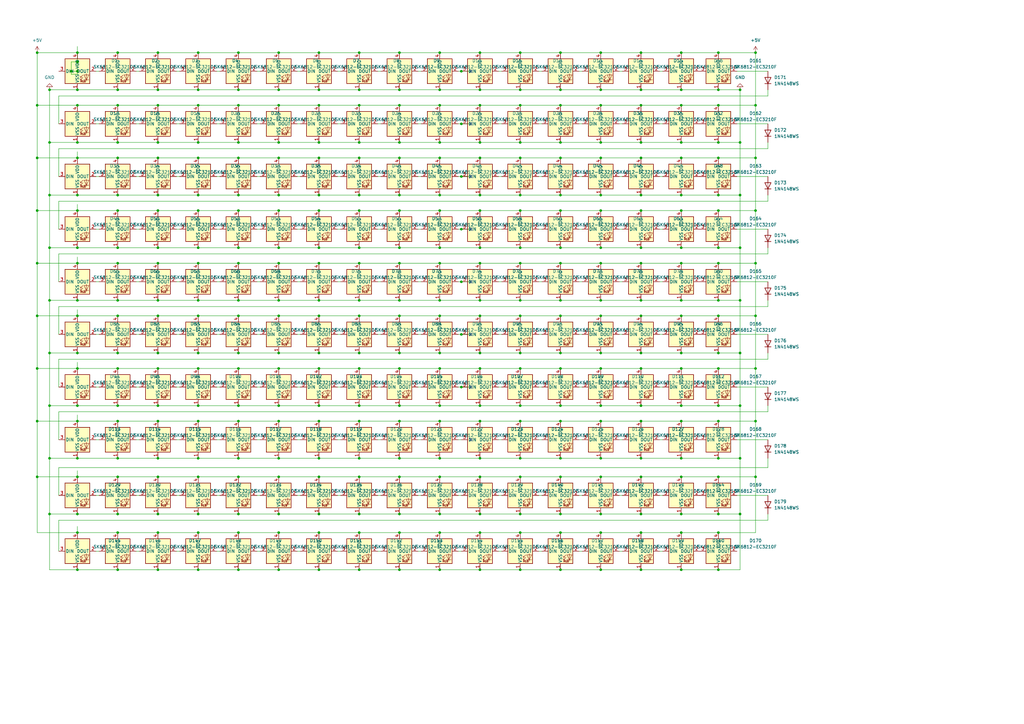
<source format=kicad_sch>
(kicad_sch (version 20230121) (generator eeschema)
  (paper "A3")
  (junction (at 180.34 58.42))
  (junction (at 180.34 151.13))
  (junction (at 163.83 187.96))
  (junction (at 114.3 144.78))
  (junction (at 97.79 80.01))
  (junction (at 196.85 151.13))
  (junction (at 279.4 187.96))
  (junction (at 163.83 151.13))
  (junction (at 20.32 58.42))
  (junction (at 64.77 218.44))
  (junction (at 229.87 101.6))
  (junction (at 303.53 101.6))
  (junction (at 114.3 233.68))
  (junction (at 180.34 166.37))
  (junction (at 147.32 21.59))
  (junction (at 97.79 218.44))
  (junction (at 189.23 93.98))
  (junction (at 246.38 218.44))
  (junction (at 81.28 86.36))
  (junction (at 20.32 166.37))
  (junction (at 262.89 210.82))
  (junction (at 163.83 86.36))
  (junction (at 262.89 107.95))
  (junction (at 48.26 210.82))
  (junction (at 246.38 233.68))
  (junction (at 262.89 195.58))
  (junction (at 97.79 210.82))
  (junction (at 189.23 72.39))
  (junction (at 262.89 80.01))
  (junction (at 48.26 43.18))
  (junction (at 48.26 233.68))
  (junction (at 147.32 144.78))
  (junction (at 229.87 233.68))
  (junction (at 229.87 80.01))
  (junction (at 31.75 29.21))
  (junction (at 48.26 36.83))
  (junction (at 48.26 195.58))
  (junction (at 213.36 43.18))
  (junction (at 246.38 101.6))
  (junction (at 64.77 107.95))
  (junction (at 81.28 21.59))
  (junction (at 213.36 80.01))
  (junction (at 48.26 80.01))
  (junction (at 213.36 151.13))
  (junction (at 15.24 43.18))
  (junction (at 262.89 123.19))
  (junction (at 163.83 172.72))
  (junction (at 309.88 43.18))
  (junction (at 196.85 129.54))
  (junction (at 97.79 151.13))
  (junction (at 213.36 36.83))
  (junction (at 213.36 166.37))
  (junction (at 189.23 50.8))
  (junction (at 294.64 151.13))
  (junction (at 180.34 195.58))
  (junction (at 81.28 43.18))
  (junction (at 130.81 64.77))
  (junction (at 196.85 101.6))
  (junction (at 48.26 107.95))
  (junction (at 213.36 58.42))
  (junction (at 262.89 166.37))
  (junction (at 246.38 107.95))
  (junction (at 97.79 172.72))
  (junction (at 81.28 80.01))
  (junction (at 81.28 151.13))
  (junction (at 48.26 86.36))
  (junction (at 64.77 233.68))
  (junction (at 64.77 123.19))
  (junction (at 31.75 107.95))
  (junction (at 196.85 80.01))
  (junction (at 246.38 64.77))
  (junction (at 213.36 107.95))
  (junction (at 15.24 195.58))
  (junction (at 163.83 64.77))
  (junction (at 31.75 187.96))
  (junction (at 31.75 166.37))
  (junction (at 246.38 166.37))
  (junction (at 163.83 123.19))
  (junction (at 180.34 123.19))
  (junction (at 114.3 218.44))
  (junction (at 97.79 43.18))
  (junction (at 180.34 129.54))
  (junction (at 163.83 129.54))
  (junction (at 31.75 80.01))
  (junction (at 229.87 144.78))
  (junction (at 246.38 195.58))
  (junction (at 229.87 86.36))
  (junction (at 114.3 123.19))
  (junction (at 196.85 58.42))
  (junction (at 20.32 187.96))
  (junction (at 229.87 123.19))
  (junction (at 147.32 195.58))
  (junction (at 279.4 21.59))
  (junction (at 20.32 123.19))
  (junction (at 114.3 151.13))
  (junction (at 196.85 210.82))
  (junction (at 196.85 123.19))
  (junction (at 246.38 129.54))
  (junction (at 229.87 187.96))
  (junction (at 213.36 218.44))
  (junction (at 180.34 218.44))
  (junction (at 303.53 210.82))
  (junction (at 64.77 144.78))
  (junction (at 114.3 101.6))
  (junction (at 147.32 187.96))
  (junction (at 147.32 80.01))
  (junction (at 213.36 123.19))
  (junction (at 180.34 43.18))
  (junction (at 213.36 129.54))
  (junction (at 81.28 58.42))
  (junction (at 64.77 80.01))
  (junction (at 262.89 172.72))
  (junction (at 294.64 210.82))
  (junction (at 262.89 218.44))
  (junction (at 262.89 151.13))
  (junction (at 64.77 101.6))
  (junction (at 147.32 58.42))
  (junction (at 180.34 80.01))
  (junction (at 114.3 166.37))
  (junction (at 189.23 158.75))
  (junction (at 130.81 86.36))
  (junction (at 130.81 101.6))
  (junction (at 31.75 123.19))
  (junction (at 147.32 36.83))
  (junction (at 303.53 80.01))
  (junction (at 97.79 36.83))
  (junction (at 114.3 21.59))
  (junction (at 20.32 36.83))
  (junction (at 48.26 123.19))
  (junction (at 114.3 172.72))
  (junction (at 48.26 166.37))
  (junction (at 294.64 187.96))
  (junction (at 97.79 64.77))
  (junction (at 246.38 36.83))
  (junction (at 229.87 36.83))
  (junction (at 294.64 233.68))
  (junction (at 294.64 129.54))
  (junction (at 81.28 195.58))
  (junction (at 130.81 166.37))
  (junction (at 163.83 43.18))
  (junction (at 48.26 144.78))
  (junction (at 262.89 86.36))
  (junction (at 48.26 151.13))
  (junction (at 64.77 36.83))
  (junction (at 246.38 123.19))
  (junction (at 20.32 144.78))
  (junction (at 147.32 101.6))
  (junction (at 147.32 166.37))
  (junction (at 279.4 64.77))
  (junction (at 309.88 172.72))
  (junction (at 114.3 86.36))
  (junction (at 229.87 21.59))
  (junction (at 180.34 107.95))
  (junction (at 64.77 195.58))
  (junction (at 262.89 64.77))
  (junction (at 196.85 218.44))
  (junction (at 130.81 80.01))
  (junction (at 294.64 166.37))
  (junction (at 64.77 129.54))
  (junction (at 31.75 64.77))
  (junction (at 130.81 58.42))
  (junction (at 229.87 58.42))
  (junction (at 303.53 123.19))
  (junction (at 294.64 64.77))
  (junction (at 309.88 129.54))
  (junction (at 262.89 21.59))
  (junction (at 213.36 210.82))
  (junction (at 196.85 195.58))
  (junction (at 309.88 21.59))
  (junction (at 130.81 129.54))
  (junction (at 180.34 101.6))
  (junction (at 303.53 144.78))
  (junction (at 303.53 36.83))
  (junction (at 97.79 21.59))
  (junction (at 294.64 80.01))
  (junction (at 246.38 58.42))
  (junction (at 262.89 129.54))
  (junction (at 229.87 172.72))
  (junction (at 213.36 21.59))
  (junction (at 31.75 58.42))
  (junction (at 309.88 107.95))
  (junction (at 279.4 107.95))
  (junction (at 31.75 210.82))
  (junction (at 48.26 58.42))
  (junction (at 196.85 64.77))
  (junction (at 163.83 58.42))
  (junction (at 180.34 144.78))
  (junction (at 180.34 64.77))
  (junction (at 81.28 210.82))
  (junction (at 130.81 187.96))
  (junction (at 81.28 64.77))
  (junction (at 196.85 21.59))
  (junction (at 294.64 86.36))
  (junction (at 64.77 166.37))
  (junction (at 130.81 195.58))
  (junction (at 130.81 21.59))
  (junction (at 31.75 86.36))
  (junction (at 180.34 172.72))
  (junction (at 279.4 218.44))
  (junction (at 130.81 36.83))
  (junction (at 114.3 64.77))
  (junction (at 180.34 233.68))
  (junction (at 97.79 86.36))
  (junction (at 15.24 172.72))
  (junction (at 213.36 195.58))
  (junction (at 163.83 195.58))
  (junction (at 64.77 58.42))
  (junction (at 114.3 195.58))
  (junction (at 31.75 172.72))
  (junction (at 262.89 101.6))
  (junction (at 147.32 107.95))
  (junction (at 246.38 21.59))
  (junction (at 279.4 233.68))
  (junction (at 229.87 107.95))
  (junction (at 309.88 64.77))
  (junction (at 213.36 101.6))
  (junction (at 64.77 210.82))
  (junction (at 303.53 166.37))
  (junction (at 180.34 187.96))
  (junction (at 147.32 218.44))
  (junction (at 81.28 233.68))
  (junction (at 229.87 129.54))
  (junction (at 48.26 129.54))
  (junction (at 48.26 21.59))
  (junction (at 130.81 43.18))
  (junction (at 294.64 43.18))
  (junction (at 163.83 21.59))
  (junction (at 64.77 86.36))
  (junction (at 81.28 218.44))
  (junction (at 246.38 210.82))
  (junction (at 147.32 123.19))
  (junction (at 97.79 195.58))
  (junction (at 246.38 80.01))
  (junction (at 229.87 43.18))
  (junction (at 81.28 144.78))
  (junction (at 31.75 43.18))
  (junction (at 147.32 233.68))
  (junction (at 29.21 29.21))
  (junction (at 196.85 166.37))
  (junction (at 279.4 166.37))
  (junction (at 20.32 210.82))
  (junction (at 130.81 218.44))
  (junction (at 97.79 233.68))
  (junction (at 97.79 58.42))
  (junction (at 262.89 43.18))
  (junction (at 196.85 43.18))
  (junction (at 81.28 36.83))
  (junction (at 196.85 187.96))
  (junction (at 213.36 172.72))
  (junction (at 189.23 29.21))
  (junction (at 48.26 218.44))
  (junction (at 294.64 172.72))
  (junction (at 130.81 107.95))
  (junction (at 163.83 233.68))
  (junction (at 97.79 166.37))
  (junction (at 262.89 187.96))
  (junction (at 229.87 210.82))
  (junction (at 303.53 58.42))
  (junction (at 64.77 172.72))
  (junction (at 130.81 123.19))
  (junction (at 15.24 151.13))
  (junction (at 97.79 101.6))
  (junction (at 196.85 144.78))
  (junction (at 196.85 86.36))
  (junction (at 81.28 166.37))
  (junction (at 196.85 233.68))
  (junction (at 163.83 218.44))
  (junction (at 213.36 233.68))
  (junction (at 246.38 144.78))
  (junction (at 31.75 21.59))
  (junction (at 213.36 144.78))
  (junction (at 163.83 101.6))
  (junction (at 15.24 129.54))
  (junction (at 97.79 123.19))
  (junction (at 31.75 25.4))
  (junction (at 262.89 36.83))
  (junction (at 114.3 80.01))
  (junction (at 97.79 144.78))
  (junction (at 147.32 129.54))
  (junction (at 279.4 172.72))
  (junction (at 309.88 151.13))
  (junction (at 114.3 187.96))
  (junction (at 48.26 64.77))
  (junction (at 294.64 195.58))
  (junction (at 64.77 21.59))
  (junction (at 31.75 36.83))
  (junction (at 31.75 195.58))
  (junction (at 64.77 187.96))
  (junction (at 262.89 233.68))
  (junction (at 213.36 86.36))
  (junction (at 279.4 210.82))
  (junction (at 15.24 64.77))
  (junction (at 229.87 166.37))
  (junction (at 163.83 36.83))
  (junction (at 147.32 43.18))
  (junction (at 163.83 166.37))
  (junction (at 279.4 36.83))
  (junction (at 294.64 58.42))
  (junction (at 279.4 144.78))
  (junction (at 48.26 172.72))
  (junction (at 31.75 151.13))
  (junction (at 130.81 210.82))
  (junction (at 189.23 137.16))
  (junction (at 196.85 36.83))
  (junction (at 246.38 86.36))
  (junction (at 213.36 187.96))
  (junction (at 97.79 129.54))
  (junction (at 130.81 233.68))
  (junction (at 130.81 144.78))
  (junction (at 31.75 144.78))
  (junction (at 246.38 187.96))
  (junction (at 114.3 129.54))
  (junction (at 262.89 144.78))
  (junction (at 147.32 64.77))
  (junction (at 180.34 21.59))
  (junction (at 213.36 64.77))
  (junction (at 229.87 64.77))
  (junction (at 294.64 123.19))
  (junction (at 163.83 210.82))
  (junction (at 279.4 195.58))
  (junction (at 31.75 101.6))
  (junction (at 130.81 151.13))
  (junction (at 114.3 36.83))
  (junction (at 114.3 43.18))
  (junction (at 180.34 86.36))
  (junction (at 309.88 195.58))
  (junction (at 163.83 144.78))
  (junction (at 48.26 101.6))
  (junction (at 309.88 86.36))
  (junction (at 64.77 43.18))
  (junction (at 31.75 129.54))
  (junction (at 246.38 172.72))
  (junction (at 147.32 172.72))
  (junction (at 196.85 172.72))
  (junction (at 279.4 58.42))
  (junction (at 81.28 101.6))
  (junction (at 114.3 58.42))
  (junction (at 294.64 144.78))
  (junction (at 114.3 210.82))
  (junction (at 303.53 187.96))
  (junction (at 294.64 218.44))
  (junction (at 279.4 129.54))
  (junction (at 279.4 43.18))
  (junction (at 81.28 107.95))
  (junction (at 81.28 187.96))
  (junction (at 279.4 151.13))
  (junction (at 189.23 115.57))
  (junction (at 279.4 123.19))
  (junction (at 262.89 58.42))
  (junction (at 97.79 107.95))
  (junction (at 294.64 101.6))
  (junction (at 81.28 172.72))
  (junction (at 64.77 151.13))
  (junction (at 163.83 107.95))
  (junction (at 294.64 36.83))
  (junction (at 279.4 86.36))
  (junction (at 229.87 218.44))
  (junction (at 97.79 187.96))
  (junction (at 81.28 129.54))
  (junction (at 20.32 101.6))
  (junction (at 180.34 210.82))
  (junction (at 64.77 64.77))
  (junction (at 15.24 21.59))
  (junction (at 229.87 151.13))
  (junction (at 31.75 218.44))
  (junction (at 279.4 80.01))
  (junction (at 130.81 172.72))
  (junction (at 31.75 233.68))
  (junction (at 147.32 86.36))
  (junction (at 15.24 86.36))
  (junction (at 279.4 101.6))
  (junction (at 81.28 123.19))
  (junction (at 20.32 80.01))
  (junction (at 246.38 43.18))
  (junction (at 246.38 151.13))
  (junction (at 294.64 21.59))
  (junction (at 114.3 107.95))
  (junction (at 147.32 151.13))
  (junction (at 15.24 107.95))
  (junction (at 180.34 36.83))
  (junction (at 147.32 210.82))
  (junction (at 294.64 107.95))
  (junction (at 48.26 187.96))
  (junction (at 196.85 107.95))
  (junction (at 229.87 195.58))
  (junction (at 163.83 80.01))
  (no_connect (at 193.04 180.34))
  (no_connect (at 193.04 115.57))
  (no_connect (at 193.04 29.21))
  (no_connect (at 193.04 72.39))
  (no_connect (at 193.04 93.98))
  (no_connect (at 193.04 50.8))
  (no_connect (at 193.04 137.16))
  (no_connect (at 193.04 158.75))
  (wire (pts (xy 81.28 151.13) (xy 97.79 151.13)))
  (wire (pts (xy 246.38 123.19) (xy 262.89 123.19)))
  (wire (pts (xy 213.36 123.19) (xy 229.87 123.19)))
  (wire (pts (xy 163.83 107.95) (xy 180.34 107.95)))
  (wire (pts (xy 72.39 180.34) (xy 73.66 180.34)))
  (wire (pts (xy 294.64 43.18) (xy 279.4 43.18)))
  (wire (pts (xy 138.43 203.2) (xy 139.7 203.2)))
  (wire (pts (xy 20.32 166.37) (xy 20.32 187.96)))
  (wire (pts (xy 204.47 180.34) (xy 205.74 180.34)))
  (wire (pts (xy 97.79 210.82) (xy 114.3 210.82)))
  (wire (pts (xy 237.49 93.98) (xy 238.76 93.98)))
  (wire (pts (xy 15.24 64.77) (xy 15.24 86.36)))
  (wire (pts (xy 294.64 166.37) (xy 279.4 166.37)))
  (wire (pts (xy 229.87 144.78) (xy 246.38 144.78)))
  (wire (pts (xy 24.13 125.73) (xy 24.13 137.16)))
  (wire (pts (xy 88.9 93.98) (xy 90.17 93.98)))
  (wire (pts (xy 147.32 58.42) (xy 163.83 58.42)))
  (wire (pts (xy 24.13 125.73) (xy 314.96 125.73)))
  (wire (pts (xy 147.32 187.96) (xy 163.83 187.96)))
  (wire (pts (xy 24.13 82.55) (xy 24.13 93.98)))
  (wire (pts (xy 246.38 43.18) (xy 262.89 43.18)))
  (wire (pts (xy 303.53 36.83) (xy 294.64 36.83)))
  (wire (pts (xy 220.98 203.2) (xy 222.25 203.2)))
  (wire (pts (xy 138.43 226.06) (xy 139.7 226.06)))
  (wire (pts (xy 246.38 166.37) (xy 262.89 166.37)))
  (wire (pts (xy 254 180.34) (xy 255.27 180.34)))
  (wire (pts (xy 294.64 151.13) (xy 279.4 151.13)))
  (wire (pts (xy 39.37 50.8) (xy 40.64 50.8)))
  (wire (pts (xy 294.64 144.78) (xy 279.4 144.78)))
  (wire (pts (xy 229.87 36.83) (xy 246.38 36.83)))
  (wire (pts (xy 303.53 58.42) (xy 303.53 80.01)))
  (wire (pts (xy 88.9 203.2) (xy 90.17 203.2)))
  (wire (pts (xy 246.38 21.59) (xy 262.89 21.59)))
  (wire (pts (xy 196.85 107.95) (xy 213.36 107.95)))
  (wire (pts (xy 229.87 86.36) (xy 246.38 86.36)))
  (wire (pts (xy 64.77 101.6) (xy 81.28 101.6)))
  (wire (pts (xy 237.49 29.21) (xy 238.76 29.21)))
  (wire (pts (xy 114.3 101.6) (xy 130.81 101.6)))
  (wire (pts (xy 213.36 233.68) (xy 229.87 233.68)))
  (wire (pts (xy 237.49 50.8) (xy 238.76 50.8)))
  (wire (pts (xy 189.23 93.98) (xy 187.96 93.98)))
  (wire (pts (xy 39.37 203.2) (xy 40.64 203.2)))
  (wire (pts (xy 294.64 101.6) (xy 279.4 101.6)))
  (wire (pts (xy 237.49 226.06) (xy 238.76 226.06)))
  (wire (pts (xy 81.28 101.6) (xy 97.79 101.6)))
  (wire (pts (xy 163.83 36.83) (xy 180.34 36.83)))
  (wire (pts (xy 303.53 36.83) (xy 303.53 58.42)))
  (wire (pts (xy 147.32 123.19) (xy 163.83 123.19)))
  (wire (pts (xy 81.28 172.72) (xy 97.79 172.72)))
  (wire (pts (xy 48.26 80.01) (xy 64.77 80.01)))
  (wire (pts (xy 254 93.98) (xy 255.27 93.98)))
  (wire (pts (xy 48.26 86.36) (xy 64.77 86.36)))
  (wire (pts (xy 204.47 137.16) (xy 205.74 137.16)))
  (wire (pts (xy 180.34 107.95) (xy 196.85 107.95)))
  (wire (pts (xy 154.94 226.06) (xy 156.21 226.06)))
  (wire (pts (xy 39.37 29.21) (xy 40.64 29.21)))
  (wire (pts (xy 88.9 29.21) (xy 90.17 29.21)))
  (wire (pts (xy 196.85 129.54) (xy 213.36 129.54)))
  (wire (pts (xy 81.28 107.95) (xy 97.79 107.95)))
  (wire (pts (xy 229.87 151.13) (xy 246.38 151.13)))
  (wire (pts (xy 97.79 64.77) (xy 114.3 64.77)))
  (wire (pts (xy 302.26 158.75) (xy 314.96 158.75)))
  (wire (pts (xy 55.88 50.8) (xy 57.15 50.8)))
  (wire (pts (xy 31.75 129.54) (xy 48.26 129.54)))
  (wire (pts (xy 303.53 80.01) (xy 303.53 101.6)))
  (wire (pts (xy 171.45 203.2) (xy 172.72 203.2)))
  (wire (pts (xy 163.83 151.13) (xy 180.34 151.13)))
  (wire (pts (xy 81.28 210.82) (xy 97.79 210.82)))
  (wire (pts (xy 20.32 187.96) (xy 31.75 187.96)))
  (wire (pts (xy 72.39 203.2) (xy 73.66 203.2)))
  (wire (pts (xy 180.34 80.01) (xy 196.85 80.01)))
  (wire (pts (xy 270.51 72.39) (xy 271.78 72.39)))
  (wire (pts (xy 246.38 144.78) (xy 262.89 144.78)))
  (wire (pts (xy 180.34 233.68) (xy 196.85 233.68)))
  (wire (pts (xy 154.94 93.98) (xy 156.21 93.98)))
  (wire (pts (xy 229.87 166.37) (xy 246.38 166.37)))
  (wire (pts (xy 81.28 218.44) (xy 97.79 218.44)))
  (wire (pts (xy 31.75 195.58) (xy 48.26 195.58)))
  (wire (pts (xy 309.88 151.13) (xy 294.64 151.13)))
  (wire (pts (xy 64.77 233.68) (xy 81.28 233.68)))
  (wire (pts (xy 15.24 151.13) (xy 31.75 151.13)))
  (wire (pts (xy 180.34 218.44) (xy 196.85 218.44)))
  (wire (pts (xy 270.51 115.57) (xy 271.78 115.57)))
  (wire (pts (xy 48.26 101.6) (xy 64.77 101.6)))
  (wire (pts (xy 130.81 218.44) (xy 147.32 218.44)))
  (wire (pts (xy 20.32 144.78) (xy 31.75 144.78)))
  (wire (pts (xy 302.26 137.16) (xy 314.96 137.16)))
  (wire (pts (xy 189.23 203.2) (xy 187.96 203.2)))
  (wire (pts (xy 262.89 21.59) (xy 279.4 21.59)))
  (wire (pts (xy 48.26 123.19) (xy 64.77 123.19)))
  (wire (pts (xy 72.39 50.8) (xy 73.66 50.8)))
  (wire (pts (xy 114.3 210.82) (xy 130.81 210.82)))
  (wire (pts (xy 55.88 203.2) (xy 57.15 203.2)))
  (wire (pts (xy 105.41 93.98) (xy 106.68 93.98)))
  (wire (pts (xy 229.87 107.95) (xy 246.38 107.95)))
  (wire (pts (xy 81.28 233.68) (xy 97.79 233.68)))
  (wire (pts (xy 213.36 144.78) (xy 229.87 144.78)))
  (wire (pts (xy 262.89 187.96) (xy 279.4 187.96)))
  (wire (pts (xy 97.79 218.44) (xy 114.3 218.44)))
  (wire (pts (xy 229.87 101.6) (xy 246.38 101.6)))
  (wire (pts (xy 31.75 25.4) (xy 31.75 29.21)))
  (wire (pts (xy 294.64 64.77) (xy 279.4 64.77)))
  (wire (pts (xy 55.88 115.57) (xy 57.15 115.57)))
  (wire (pts (xy 31.75 218.44) (xy 48.26 218.44)))
  (wire (pts (xy 48.26 21.59) (xy 64.77 21.59)))
  (wire (pts (xy 24.13 213.36) (xy 314.96 213.36)))
  (wire (pts (xy 180.34 101.6) (xy 196.85 101.6)))
  (wire (pts (xy 213.36 36.83) (xy 229.87 36.83)))
  (wire (pts (xy 130.81 129.54) (xy 147.32 129.54)))
  (wire (pts (xy 64.77 36.83) (xy 81.28 36.83)))
  (wire (pts (xy 270.51 158.75) (xy 271.78 158.75)))
  (wire (pts (xy 130.81 43.18) (xy 147.32 43.18)))
  (wire (pts (xy 246.38 58.42) (xy 262.89 58.42)))
  (wire (pts (xy 270.51 93.98) (xy 271.78 93.98)))
  (wire (pts (xy 114.3 86.36) (xy 130.81 86.36)))
  (wire (pts (xy 303.53 166.37) (xy 303.53 187.96)))
  (wire (pts (xy 204.47 115.57) (xy 205.74 115.57)))
  (wire (pts (xy 20.32 123.19) (xy 20.32 144.78)))
  (wire (pts (xy 189.23 29.21) (xy 187.96 29.21)))
  (wire (pts (xy 138.43 115.57) (xy 139.7 115.57)))
  (wire (pts (xy 64.77 151.13) (xy 81.28 151.13)))
  (wire (pts (xy 229.87 233.68) (xy 246.38 233.68)))
  (wire (pts (xy 20.32 36.83) (xy 20.32 58.42)))
  (wire (pts (xy 279.4 123.19) (xy 262.89 123.19)))
  (wire (pts (xy 294.64 123.19) (xy 279.4 123.19)))
  (wire (pts (xy 15.24 218.44) (xy 31.75 218.44)))
  (wire (pts (xy 163.83 58.42) (xy 180.34 58.42)))
  (wire (pts (xy 309.88 64.77) (xy 309.88 86.36)))
  (wire (pts (xy 196.85 210.82) (xy 213.36 210.82)))
  (wire (pts (xy 130.81 210.82) (xy 147.32 210.82)))
  (wire (pts (xy 48.26 172.72) (xy 64.77 172.72)))
  (wire (pts (xy 279.4 187.96) (xy 294.64 187.96)))
  (wire (pts (xy 171.45 72.39) (xy 172.72 72.39)))
  (wire (pts (xy 24.13 213.36) (xy 24.13 226.06)))
  (wire (pts (xy 254 50.8) (xy 255.27 50.8)))
  (wire (pts (xy 81.28 123.19) (xy 97.79 123.19)))
  (wire (pts (xy 31.75 64.77) (xy 48.26 64.77)))
  (wire (pts (xy 180.34 129.54) (xy 196.85 129.54)))
  (wire (pts (xy 294.64 80.01) (xy 279.4 80.01)))
  (wire (pts (xy 180.34 36.83) (xy 196.85 36.83)))
  (wire (pts (xy 24.13 60.96) (xy 314.96 60.96)))
  (wire (pts (xy 105.41 29.21) (xy 106.68 29.21)))
  (wire (pts (xy 97.79 129.54) (xy 114.3 129.54)))
  (wire (pts (xy 31.75 172.72) (xy 48.26 172.72)))
  (wire (pts (xy 213.36 64.77) (xy 229.87 64.77)))
  (wire (pts (xy 196.85 172.72) (xy 213.36 172.72)))
  (wire (pts (xy 309.88 107.95) (xy 294.64 107.95)))
  (wire (pts (xy 72.39 137.16) (xy 73.66 137.16)))
  (wire (pts (xy 171.45 50.8) (xy 172.72 50.8)))
  (wire (pts (xy 196.85 80.01) (xy 213.36 80.01)))
  (wire (pts (xy 24.13 60.96) (xy 24.13 72.39)))
  (wire (pts (xy 130.81 151.13) (xy 147.32 151.13)))
  (wire (pts (xy 20.32 58.42) (xy 20.32 80.01)))
  (wire (pts (xy 138.43 93.98) (xy 139.7 93.98)))
  (wire (pts (xy 64.77 218.44) (xy 81.28 218.44)))
  (wire (pts (xy 20.32 233.68) (xy 31.75 233.68)))
  (wire (pts (xy 147.32 107.95) (xy 163.83 107.95)))
  (wire (pts (xy 270.51 137.16) (xy 271.78 137.16)))
  (wire (pts (xy 180.34 172.72) (xy 196.85 172.72)))
  (wire (pts (xy 204.47 29.21) (xy 205.74 29.21)))
  (wire (pts (xy 229.87 64.77) (xy 246.38 64.77)))
  (wire (pts (xy 114.3 129.54) (xy 130.81 129.54)))
  (wire (pts (xy 229.87 80.01) (xy 246.38 80.01)))
  (wire (pts (xy 48.26 43.18) (xy 64.77 43.18)))
  (wire (pts (xy 147.32 86.36) (xy 163.83 86.36)))
  (wire (pts (xy 130.81 166.37) (xy 147.32 166.37)))
  (wire (pts (xy 55.88 72.39) (xy 57.15 72.39)))
  (wire (pts (xy 213.36 210.82) (xy 229.87 210.82)))
  (wire (pts (xy 302.26 115.57) (xy 314.96 115.57)))
  (wire (pts (xy 193.04 137.16) (xy 189.23 137.16)))
  (wire (pts (xy 154.94 72.39) (xy 156.21 72.39)))
  (wire (pts (xy 309.88 107.95) (xy 309.88 129.54)))
  (wire (pts (xy 163.83 21.59) (xy 180.34 21.59)))
  (wire (pts (xy 309.88 21.59) (xy 294.64 21.59)))
  (wire (pts (xy 31.75 43.18) (xy 48.26 43.18)))
  (wire (pts (xy 254 72.39) (xy 255.27 72.39)))
  (wire (pts (xy 189.23 72.39) (xy 187.96 72.39)))
  (wire (pts (xy 246.38 172.72) (xy 262.89 172.72)))
  (wire (pts (xy 189.23 137.16) (xy 187.96 137.16)))
  (wire (pts (xy 213.36 151.13) (xy 229.87 151.13)))
  (wire (pts (xy 39.37 137.16) (xy 40.64 137.16)))
  (wire (pts (xy 294.64 80.01) (xy 303.53 80.01)))
  (wire (pts (xy 196.85 195.58) (xy 213.36 195.58)))
  (wire (pts (xy 171.45 158.75) (xy 172.72 158.75)))
  (wire (pts (xy 213.36 21.59) (xy 229.87 21.59)))
  (wire (pts (xy 72.39 115.57) (xy 73.66 115.57)))
  (wire (pts (xy 237.49 72.39) (xy 238.76 72.39)))
  (wire (pts (xy 48.26 210.82) (xy 64.77 210.82)))
  (wire (pts (xy 15.24 107.95) (xy 15.24 129.54)))
  (wire (pts (xy 48.26 58.42) (xy 64.77 58.42)))
  (wire (pts (xy 147.32 195.58) (xy 163.83 195.58)))
  (wire (pts (xy 196.85 218.44) (xy 213.36 218.44)))
  (wire (pts (xy 31.75 29.21) (xy 31.75 30.48)))
  (wire (pts (xy 246.38 210.82) (xy 262.89 210.82)))
  (wire (pts (xy 270.51 29.21) (xy 271.78 29.21)))
  (wire (pts (xy 15.24 21.59) (xy 15.24 43.18)))
  (wire (pts (xy 213.36 218.44) (xy 229.87 218.44)))
  (wire (pts (xy 189.23 115.57) (xy 187.96 115.57)))
  (wire (pts (xy 314.96 213.36) (xy 314.96 210.82)))
  (wire (pts (xy 20.32 123.19) (xy 31.75 123.19)))
  (wire (pts (xy 220.98 115.57) (xy 222.25 115.57)))
  (wire (pts (xy 154.94 137.16) (xy 156.21 137.16)))
  (wire (pts (xy 130.81 195.58) (xy 147.32 195.58)))
  (wire (pts (xy 114.3 58.42) (xy 130.81 58.42)))
  (wire (pts (xy 196.85 123.19) (xy 213.36 123.19)))
  (wire (pts (xy 229.87 129.54) (xy 246.38 129.54)))
  (wire (pts (xy 130.81 107.95) (xy 147.32 107.95)))
  (wire (pts (xy 24.13 168.91) (xy 24.13 180.34)))
  (wire (pts (xy 121.92 50.8) (xy 123.19 50.8)))
  (wire (pts (xy 138.43 29.21) (xy 139.7 29.21)))
  (wire (pts (xy 163.83 210.82) (xy 180.34 210.82)))
  (wire (pts (xy 88.9 50.8) (xy 90.17 50.8)))
  (wire (pts (xy 303.53 144.78) (xy 303.53 166.37)))
  (wire (pts (xy 114.3 166.37) (xy 130.81 166.37)))
  (wire (pts (xy 55.88 180.34) (xy 57.15 180.34)))
  (wire (pts (xy 237.49 203.2) (xy 238.76 203.2)))
  (wire (pts (xy 163.83 218.44) (xy 180.34 218.44)))
  (wire (pts (xy 31.75 151.13) (xy 48.26 151.13)))
  (wire (pts (xy 154.94 158.75) (xy 156.21 158.75)))
  (wire (pts (xy 64.77 107.95) (xy 81.28 107.95)))
  (wire (pts (xy 279.4 144.78) (xy 262.89 144.78)))
  (wire (pts (xy 147.32 43.18) (xy 163.83 43.18)))
  (wire (pts (xy 48.26 151.13) (xy 64.77 151.13)))
  (wire (pts (xy 180.34 123.19) (xy 196.85 123.19)))
  (wire (pts (xy 180.34 210.82) (xy 196.85 210.82)))
  (wire (pts (xy 24.13 168.91) (xy 314.96 168.91)))
  (wire (pts (xy 294.64 58.42) (xy 279.4 58.42)))
  (wire (pts (xy 130.81 64.77) (xy 147.32 64.77)))
  (wire (pts (xy 81.28 86.36) (xy 97.79 86.36)))
  (wire (pts (xy 246.38 36.83) (xy 262.89 36.83)))
  (wire (pts (xy 246.38 218.44) (xy 262.89 218.44)))
  (wire (pts (xy 237.49 158.75) (xy 238.76 158.75)))
  (wire (pts (xy 88.9 226.06) (xy 90.17 226.06)))
  (wire (pts (xy 97.79 80.01) (xy 114.3 80.01)))
  (wire (pts (xy 114.3 80.01) (xy 130.81 80.01)))
  (wire (pts (xy 196.85 233.68) (xy 213.36 233.68)))
  (wire (pts (xy 81.28 129.54) (xy 97.79 129.54)))
  (wire (pts (xy 48.26 36.83) (xy 64.77 36.83)))
  (wire (pts (xy 196.85 21.59) (xy 213.36 21.59)))
  (wire (pts (xy 64.77 187.96) (xy 81.28 187.96)))
  (wire (pts (xy 39.37 115.57) (xy 40.64 115.57)))
  (wire (pts (xy 193.04 158.75) (xy 189.23 158.75)))
  (wire (pts (xy 130.81 21.59) (xy 147.32 21.59)))
  (wire (pts (xy 88.9 72.39) (xy 90.17 72.39)))
  (wire (pts (xy 262.89 107.95) (xy 279.4 107.95)))
  (wire (pts (xy 48.26 195.58) (xy 64.77 195.58)))
  (wire (pts (xy 97.79 166.37) (xy 114.3 166.37)))
  (wire (pts (xy 64.77 172.72) (xy 81.28 172.72)))
  (wire (pts (xy 180.34 64.77) (xy 196.85 64.77)))
  (wire (pts (xy 303.53 123.19) (xy 294.64 123.19)))
  (wire (pts (xy 154.94 115.57) (xy 156.21 115.57)))
  (wire (pts (xy 97.79 151.13) (xy 114.3 151.13)))
  (wire (pts (xy 303.53 101.6) (xy 294.64 101.6)))
  (wire (pts (xy 81.28 64.77) (xy 97.79 64.77)))
  (wire (pts (xy 196.85 151.13) (xy 213.36 151.13)))
  (wire (pts (xy 121.92 72.39) (xy 123.19 72.39)))
  (wire (pts (xy 130.81 80.01) (xy 147.32 80.01)))
  (wire (pts (xy 309.88 86.36) (xy 309.88 107.95)))
  (wire (pts (xy 24.13 39.37) (xy 24.13 50.8)))
  (wire (pts (xy 204.47 93.98) (xy 205.74 93.98)))
  (wire (pts (xy 97.79 233.68) (xy 114.3 233.68)))
  (wire (pts (xy 55.88 137.16) (xy 57.15 137.16)))
  (wire (pts (xy 114.3 151.13) (xy 130.81 151.13)))
  (wire (pts (xy 97.79 107.95) (xy 114.3 107.95)))
  (wire (pts (xy 55.88 29.21) (xy 57.15 29.21)))
  (wire (pts (xy 81.28 21.59) (xy 97.79 21.59)))
  (wire (pts (xy 180.34 144.78) (xy 196.85 144.78)))
  (wire (pts (xy 163.83 187.96) (xy 180.34 187.96)))
  (wire (pts (xy 171.45 93.98) (xy 172.72 93.98)))
  (wire (pts (xy 163.83 86.36) (xy 180.34 86.36)))
  (wire (pts (xy 294.64 129.54) (xy 279.4 129.54)))
  (wire (pts (xy 154.94 50.8) (xy 156.21 50.8)))
  (wire (pts (xy 294.64 195.58) (xy 309.88 195.58)))
  (wire (pts (xy 31.75 21.59) (xy 48.26 21.59)))
  (wire (pts (xy 121.92 29.21) (xy 123.19 29.21)))
  (wire (pts (xy 262.89 218.44) (xy 279.4 218.44)))
  (wire (pts (xy 246.38 195.58) (xy 262.89 195.58)))
  (wire (pts (xy 163.83 144.78) (xy 180.34 144.78)))
  (wire (pts (xy 31.75 21.59) (xy 31.75 25.4)))
  (wire (pts (xy 220.98 72.39) (xy 222.25 72.39)))
  (wire (pts (xy 309.88 151.13) (xy 309.88 172.72)))
  (wire (pts (xy 15.24 151.13) (xy 15.24 172.72)))
  (wire (pts (xy 213.36 80.01) (xy 229.87 80.01)))
  (wire (pts (xy 147.32 129.54) (xy 163.83 129.54)))
  (wire (pts (xy 302.26 203.2) (xy 314.96 203.2)))
  (wire (pts (xy 189.23 50.8) (xy 187.96 50.8)))
  (wire (pts (xy 72.39 158.75) (xy 73.66 158.75)))
  (wire (pts (xy 130.81 123.19) (xy 147.32 123.19)))
  (wire (pts (xy 220.98 137.16) (xy 222.25 137.16)))
  (wire (pts (xy 213.36 101.6) (xy 229.87 101.6)))
  (wire (pts (xy 15.24 43.18) (xy 15.24 64.77)))
  (wire (pts (xy 39.37 158.75) (xy 40.64 158.75)))
  (wire (pts (xy 39.37 180.34) (xy 40.64 180.34)))
  (wire (pts (xy 105.41 137.16) (xy 106.68 137.16)))
  (wire (pts (xy 97.79 187.96) (xy 114.3 187.96)))
  (wire (pts (xy 220.98 180.34) (xy 222.25 180.34)))
  (wire (pts (xy 31.75 170.18) (xy 31.75 172.72)))
  (wire (pts (xy 147.32 64.77) (xy 163.83 64.77)))
  (wire (pts (xy 15.24 129.54) (xy 15.24 151.13)))
  (wire (pts (xy 246.38 64.77) (xy 262.89 64.77)))
  (wire (pts (xy 147.32 21.59) (xy 163.83 21.59)))
  (wire (pts (xy 31.75 210.82) (xy 48.26 210.82)))
  (wire (pts (xy 294.64 36.83) (xy 279.4 36.83)))
  (wire (pts (xy 114.3 233.68) (xy 130.81 233.68)))
  (wire (pts (xy 187.96 226.06) (xy 189.23 226.06)))
  (wire (pts (xy 147.32 151.13) (xy 163.83 151.13)))
  (wire (pts (xy 97.79 172.72) (xy 114.3 172.72)))
  (wire (pts (xy 180.34 86.36) (xy 196.85 86.36)))
  (wire (pts (xy 31.75 19.05) (xy 31.75 21.59)))
  (wire (pts (xy 229.87 172.72) (xy 246.38 172.72)))
  (wire (pts (xy 105.41 158.75) (xy 106.68 158.75)))
  (wire (pts (xy 72.39 93.98) (xy 73.66 93.98)))
  (wire (pts (xy 31.75 144.78) (xy 48.26 144.78)))
  (wire (pts (xy 279.4 195.58) (xy 294.64 195.58)))
  (wire (pts (xy 213.36 187.96) (xy 229.87 187.96)))
  (wire (pts (xy 31.75 123.19) (xy 48.26 123.19)))
  (wire (pts (xy 303.53 187.96) (xy 303.53 210.82)))
  (wire (pts (xy 130.81 187.96) (xy 147.32 187.96)))
  (wire (pts (xy 220.98 50.8) (xy 222.25 50.8)))
  (wire (pts (xy 270.51 203.2) (xy 271.78 203.2)))
  (wire (pts (xy 180.34 195.58) (xy 196.85 195.58)))
  (wire (pts (xy 262.89 43.18) (xy 279.4 43.18)))
  (wire (pts (xy 130.81 233.68) (xy 147.32 233.68)))
  (wire (pts (xy 31.75 233.68) (xy 48.26 233.68)))
  (wire (pts (xy 64.77 166.37) (xy 81.28 166.37)))
  (wire (pts (xy 204.47 226.06) (xy 205.74 226.06)))
  (wire (pts (xy 48.26 218.44) (xy 64.77 218.44)))
  (wire (pts (xy 97.79 101.6) (xy 114.3 101.6)))
  (wire (pts (xy 163.83 166.37) (xy 180.34 166.37)))
  (wire (pts (xy 138.43 158.75) (xy 139.7 158.75)))
  (wire (pts (xy 64.77 129.54) (xy 81.28 129.54)))
  (wire (pts (xy 220.98 226.06) (xy 222.25 226.06)))
  (wire (pts (xy 20.32 210.82) (xy 31.75 210.82)))
  (wire (pts (xy 246.38 107.95) (xy 262.89 107.95)))
  (wire (pts (xy 204.47 50.8) (xy 205.74 50.8)))
  (wire (pts (xy 229.87 218.44) (xy 246.38 218.44)))
  (wire (pts (xy 81.28 43.18) (xy 97.79 43.18)))
  (wire (pts (xy 114.3 187.96) (xy 130.81 187.96)))
  (wire (pts (xy 163.83 233.68) (xy 180.34 233.68)))
  (wire (pts (xy 213.36 172.72) (xy 229.87 172.72)))
  (wire (pts (xy 24.13 39.37) (xy 314.96 39.37)))
  (wire (pts (xy 20.32 58.42) (xy 31.75 58.42)))
  (wire (pts (xy 31.75 86.36) (xy 48.26 86.36)))
  (wire (pts (xy 88.9 137.16) (xy 90.17 137.16)))
  (wire (pts (xy 196.85 43.18) (xy 213.36 43.18)))
  (wire (pts (xy 121.92 180.34) (xy 123.19 180.34)))
  (wire (pts (xy 171.45 29.21) (xy 172.72 29.21)))
  (wire (pts (xy 64.77 210.82) (xy 81.28 210.82)))
  (wire (pts (xy 163.83 172.72) (xy 180.34 172.72)))
  (wire (pts (xy 20.32 210.82) (xy 20.32 233.68)))
  (wire (pts (xy 196.85 58.42) (xy 213.36 58.42)))
  (wire (pts (xy 237.49 137.16) (xy 238.76 137.16)))
  (wire (pts (xy 262.89 233.68) (xy 279.4 233.68)))
  (wire (pts (xy 105.41 226.06) (xy 106.68 226.06)))
  (wire (pts (xy 262.89 129.54) (xy 279.4 129.54)))
  (wire (pts (xy 130.81 144.78) (xy 147.32 144.78)))
  (wire (pts (xy 180.34 58.42) (xy 196.85 58.42)))
  (wire (pts (xy 193.04 50.8) (xy 189.23 50.8)))
  (wire (pts (xy 55.88 93.98) (xy 57.15 93.98)))
  (wire (pts (xy 81.28 36.83) (xy 97.79 36.83)))
  (wire (pts (xy 309.88 43.18) (xy 309.88 64.77)))
  (wire (pts (xy 193.04 93.98) (xy 189.23 93.98)))
  (wire (pts (xy 262.89 172.72) (xy 279.4 172.72)))
  (wire (pts (xy 204.47 203.2) (xy 205.74 203.2)))
  (wire (pts (xy 294.64 21.59) (xy 279.4 21.59)))
  (wire (pts (xy 138.43 72.39) (xy 139.7 72.39)))
  (wire (pts (xy 163.83 123.19) (xy 180.34 123.19)))
  (wire (pts (xy 121.92 158.75) (xy 123.19 158.75)))
  (wire (pts (xy 309.88 86.36) (xy 294.64 86.36)))
  (wire (pts (xy 24.13 203.2) (xy 24.13 191.77)))
  (wire (pts (xy 246.38 151.13) (xy 262.89 151.13)))
  (wire (pts (xy 196.85 187.96) (xy 213.36 187.96)))
  (wire (pts (xy 39.37 93.98) (xy 40.64 93.98)))
  (wire (pts (xy 154.94 203.2) (xy 156.21 203.2)))
  (wire (pts (xy 48.26 129.54) (xy 64.77 129.54)))
  (wire (pts (xy 213.36 43.18) (xy 229.87 43.18)))
  (wire (pts (xy 294.64 172.72) (xy 309.88 172.72)))
  (wire (pts (xy 48.26 64.77) (xy 64.77 64.77)))
  (wire (pts (xy 229.87 43.18) (xy 246.38 43.18)))
  (wire (pts (xy 279.4 233.68) (xy 294.64 233.68)))
  (wire (pts (xy 114.3 218.44) (xy 130.81 218.44)))
  (wire (pts (xy 121.92 93.98) (xy 123.19 93.98)))
  (wire (pts (xy 279.4 36.83) (xy 262.89 36.83)))
  (wire (pts (xy 303.53 123.19) (xy 303.53 144.78)))
  (wire (pts (xy 220.98 29.21) (xy 222.25 29.21)))
  (wire (pts (xy 189.23 158.75) (xy 187.96 158.75)))
  (wire (pts (xy 204.47 72.39) (xy 205.74 72.39)))
  (wire (pts (xy 196.85 166.37) (xy 213.36 166.37)))
  (wire (pts (xy 105.41 72.39) (xy 106.68 72.39)))
  (wire (pts (xy 309.88 172.72) (xy 309.88 195.58)))
  (wire (pts (xy 105.41 50.8) (xy 106.68 50.8)))
  (wire (pts (xy 147.32 80.01) (xy 163.83 80.01)))
  (wire (pts (xy 20.32 80.01) (xy 31.75 80.01)))
  (wire (pts (xy 64.77 195.58) (xy 81.28 195.58)))
  (wire (pts (xy 114.3 64.77) (xy 130.81 64.77)))
  (wire (pts (xy 114.3 107.95) (xy 130.81 107.95)))
  (wire (pts (xy 24.13 158.75) (xy 24.13 147.32)))
  (wire (pts (xy 147.32 218.44) (xy 163.83 218.44)))
  (wire (pts (xy 15.24 172.72) (xy 31.75 172.72)))
  (wire (pts (xy 81.28 187.96) (xy 97.79 187.96)))
  (wire (pts (xy 270.51 226.06) (xy 271.78 226.06)))
  (wire (pts (xy 114.3 36.83) (xy 130.81 36.83)))
  (wire (pts (xy 31.75 166.37) (xy 48.26 166.37)))
  (wire (pts (xy 72.39 72.39) (xy 73.66 72.39)))
  (wire (pts (xy 302.26 180.34) (xy 314.96 180.34)))
  (wire (pts (xy 55.88 226.06) (xy 57.15 226.06)))
  (wire (pts (xy 130.81 36.83) (xy 147.32 36.83)))
  (wire (pts (xy 163.83 64.77) (xy 180.34 64.77)))
  (wire (pts (xy 130.81 101.6) (xy 147.32 101.6)))
  (wire (pts (xy 29.21 25.4) (xy 29.21 29.21)))
  (wire (pts (xy 48.26 187.96) (xy 64.77 187.96)))
  (wire (pts (xy 31.75 101.6) (xy 48.26 101.6)))
  (wire (pts (xy 163.83 43.18) (xy 180.34 43.18)))
  (wire (pts (xy 138.43 180.34) (xy 139.7 180.34)))
  (wire (pts (xy 314.96 168.91) (xy 314.96 166.37)))
  (wire (pts (xy 97.79 123.19) (xy 114.3 123.19)))
  (wire (pts (xy 31.75 193.04) (xy 31.75 195.58)))
  (wire (pts (xy 303.53 210.82) (xy 303.53 233.68)))
  (wire (pts (xy 31.75 62.23) (xy 31.75 64.77)))
  (wire (pts (xy 97.79 86.36) (xy 114.3 86.36)))
  (wire (pts (xy 171.45 115.57) (xy 172.72 115.57)))
  (wire (pts (xy 31.75 80.01) (xy 48.26 80.01)))
  (wire (pts (xy 138.43 50.8) (xy 139.7 50.8)))
  (wire (pts (xy 31.75 36.83) (xy 48.26 36.83)))
  (wire (pts (xy 31.75 127) (xy 31.75 129.54)))
  (wire (pts (xy 237.49 180.34) (xy 238.76 180.34)))
  (wire (pts (xy 309.88 129.54) (xy 294.64 129.54)))
  (wire (pts (xy 193.04 72.39) (xy 189.23 72.39)))
  (wire (pts (xy 72.39 226.06) (xy 73.66 226.06)))
  (wire (pts (xy 81.28 80.01) (xy 97.79 80.01)))
  (wire (pts (xy 213.36 107.95) (xy 229.87 107.95)))
  (wire (pts (xy 97.79 21.59) (xy 114.3 21.59)))
  (wire (pts (xy 31.75 105.41) (xy 31.75 107.95)))
  (wire (pts (xy 309.88 64.77) (xy 294.64 64.77)))
  (wire (pts (xy 180.34 43.18) (xy 196.85 43.18)))
  (wire (pts (xy 196.85 64.77) (xy 213.36 64.77)))
  (wire (pts (xy 180.34 151.13) (xy 196.85 151.13)))
  (wire (pts (xy 81.28 58.42) (xy 97.79 58.42)))
  (wire (pts (xy 39.37 72.39) (xy 40.64 72.39)))
  (wire (pts (xy 20.32 187.96) (xy 20.32 210.82)))
  (wire (pts (xy 262.89 64.77) (xy 279.4 64.77)))
  (wire (pts (xy 254 226.06) (xy 255.27 226.06)))
  (wire (pts (xy 130.81 172.72) (xy 147.32 172.72)))
  (wire (pts (xy 196.85 101.6) (xy 213.36 101.6)))
  (wire (pts (xy 314.96 60.96) (xy 314.96 58.42)))
  (wire (pts (xy 303.53 101.6) (xy 303.53 123.19)))
  (wire (pts (xy 31.75 187.96) (xy 48.26 187.96)))
  (wire (pts (xy 254 115.57) (xy 255.27 115.57)))
  (wire (pts (xy 294.64 107.95) (xy 279.4 107.95)))
  (wire (pts (xy 147.32 210.82) (xy 163.83 210.82)))
  (wire (pts (xy 114.3 195.58) (xy 130.81 195.58)))
  (wire (pts (xy 31.75 21.59) (xy 15.24 21.59)))
  (wire (pts (xy 193.04 29.21) (xy 189.23 29.21)))
  (wire (pts (xy 262.89 195.58) (xy 279.4 195.58)))
  (wire (pts (xy 163.83 129.54) (xy 180.34 129.54)))
  (wire (pts (xy 309.88 21.59) (xy 309.88 43.18)))
  (wire (pts (xy 196.85 36.83) (xy 213.36 36.83)))
  (wire (pts (xy 314.96 39.37) (xy 314.96 36.83)))
  (wire (pts (xy 20.32 101.6) (xy 31.75 101.6)))
  (wire (pts (xy 15.24 172.72) (xy 15.24 195.58)))
  (wire (pts (xy 246.38 86.36) (xy 262.89 86.36)))
  (wire (pts (xy 180.34 21.59) (xy 196.85 21.59)))
  (wire (pts (xy 97.79 144.78) (xy 114.3 144.78)))
  (wire (pts (xy 48.26 107.95) (xy 64.77 107.95)))
  (wire (pts (xy 154.94 180.34) (xy 156.21 180.34)))
  (wire (pts (xy 31.75 25.4) (xy 29.21 25.4)))
  (wire (pts (xy 262.89 151.13) (xy 279.4 151.13)))
  (wire (pts (xy 254 29.21) (xy 255.27 29.21)))
  (wire (pts (xy 64.77 21.59) (xy 81.28 21.59)))
  (wire (pts (xy 270.51 50.8) (xy 271.78 50.8)))
  (wire (pts (xy 48.26 233.68) (xy 64.77 233.68)))
  (wire (pts (xy 309.88 129.54) (xy 309.88 151.13)))
  (wire (pts (xy 64.77 86.36) (xy 81.28 86.36)))
  (wire (pts (xy 180.34 166.37) (xy 196.85 166.37)))
  (wire (pts (xy 171.45 137.16) (xy 172.72 137.16)))
  (wire (pts (xy 15.24 195.58) (xy 31.75 195.58)))
  (wire (pts (xy 29.21 30.48) (xy 29.21 29.21)))
  (wire (pts (xy 213.36 129.54) (xy 229.87 129.54)))
  (wire (pts (xy 279.4 58.42) (xy 262.89 58.42)))
  (wire (pts (xy 246.38 233.68) (xy 262.89 233.68)))
  (wire (pts (xy 31.75 58.42) (xy 48.26 58.42)))
  (wire (pts (xy 72.39 29.21) (xy 73.66 29.21)))
  (wire (pts (xy 220.98 158.75) (xy 222.25 158.75)))
  (wire (pts (xy 229.87 123.19) (xy 246.38 123.19)))
  (wire (pts (xy 97.79 43.18) (xy 114.3 43.18)))
  (wire (pts (xy 279.4 166.37) (xy 262.89 166.37)))
  (wire (pts (xy 24.13 147.32) (xy 314.96 147.32)))
  (wire (pts (xy 114.3 123.19) (xy 130.81 123.19)))
  (wire (pts (xy 39.37 226.06) (xy 40.64 226.06)))
  (wire (pts (xy 254 158.75) (xy 255.27 158.75)))
  (wire (pts (xy 309.88 43.18) (xy 294.64 43.18)))
  (wire (pts (xy 302.26 29.21) (xy 314.96 29.21)))
  (wire (pts (xy 246.38 187.96) (xy 262.89 187.96)))
  (wire (pts (xy 48.26 166.37) (xy 64.77 166.37)))
  (wire (pts (xy 114.3 172.72) (xy 130.81 172.72)))
  (wire (pts (xy 15.24 195.58) (xy 15.24 218.44)))
  (wire (pts (xy 302.26 93.98) (xy 314.96 93.98)))
  (wire (pts (xy 31.75 215.9) (xy 31.75 218.44)))
  (wire (pts (xy 237.49 115.57) (xy 238.76 115.57)))
  (wire (pts (xy 213.36 166.37) (xy 229.87 166.37)))
  (wire (pts (xy 121.92 115.57) (xy 123.19 115.57)))
  (wire (pts (xy 88.9 158.75) (xy 90.17 158.75)))
  (wire (pts (xy 20.32 36.83) (xy 31.75 36.83)))
  (wire (pts (xy 246.38 101.6) (xy 262.89 101.6)))
  (wire (pts (xy 254 203.2) (xy 255.27 203.2)))
  (wire (pts (xy 180.34 187.96) (xy 196.85 187.96)))
  (wire (pts (xy 154.94 29.21) (xy 156.21 29.21)))
  (wire (pts (xy 20.32 166.37) (xy 31.75 166.37)))
  (wire (pts (xy 294.64 86.36) (xy 279.4 86.36)))
  (wire (pts (xy 163.83 80.01) (xy 180.34 80.01)))
  (wire (pts (xy 105.41 180.34) (xy 106.68 180.34)))
  (wire (pts (xy 303.53 166.37) (xy 294.64 166.37)))
  (wire (pts (xy 24.13 115.57) (xy 24.13 104.14)))
  (wire (pts (xy 147.32 172.72) (xy 163.83 172.72)))
  (wire (pts (xy 64.77 43.18) (xy 81.28 43.18)))
  (wire (pts (xy 147.32 166.37) (xy 163.83 166.37)))
  (wire (pts (xy 88.9 115.57) (xy 90.17 115.57)))
  (wire (pts (xy 229.87 187.96) (xy 246.38 187.96)))
  (wire (pts (xy 114.3 21.59) (xy 130.81 21.59)))
  (wire (pts (xy 31.75 107.95) (xy 48.26 107.95)))
  (wire (pts (xy 15.24 107.95) (xy 31.75 107.95)))
  (wire (pts (xy 55.88 158.75) (xy 57.15 158.75)))
  (wire (pts (xy 193.04 115.57) (xy 189.23 115.57)))
  (wire (pts (xy 97.79 36.83) (xy 114.3 36.83)))
  (wire (pts (xy 64.77 123.19) (xy 81.28 123.19)))
  (wire (pts (xy 138.43 137.16) (xy 139.7 137.16)))
  (wire (pts (xy 196.85 86.36) (xy 213.36 86.36)))
  (wire (pts (xy 314.96 125.73) (xy 314.96 123.19)))
  (wire (pts (xy 88.9 180.34) (xy 90.17 180.34)))
  (wire (pts (xy 294.64 210.82) (xy 303.53 210.82)))
  (wire (pts (xy 314.96 82.55) (xy 314.96 80.01)))
  (wire (pts (xy 229.87 21.59) (xy 246.38 21.59)))
  (wire (pts (xy 303.53 144.78) (xy 294.64 144.78)))
  (wire (pts (xy 279.4 80.01) (xy 262.89 80.01)))
  (wire (pts (xy 24.13 82.55) (xy 314.96 82.55)))
  (wire (pts (xy 15.24 64.77) (xy 31.75 64.77)))
  (wire (pts (xy 130.81 86.36) (xy 147.32 86.36)))
  (wire (pts (xy 294.64 58.42) (xy 303.53 58.42)))
  (wire (pts (xy 64.77 64.77) (xy 81.28 64.77)))
  (wire (pts (xy 15.24 86.36) (xy 31.75 86.36)))
  (wire (pts (xy 229.87 210.82) (xy 246.38 210.82)))
  (wire (pts (xy 314.96 191.77) (xy 314.96 187.96)))
  (wire (pts (xy 64.77 144.78) (xy 81.28 144.78)))
  (wire (pts (xy 31.75 30.48) (xy 29.21 30.48)))
  (wire (pts (xy 31.75 83.82) (xy 31.75 86.36)))
  (wire (pts (xy 171.45 226.06) (xy 172.72 226.06)))
  (wire (pts (xy 279.4 101.6) (xy 262.89 101.6)))
  (wire (pts (xy 114.3 144.78) (xy 130.81 144.78)))
  (wire (pts (xy 279.4 172.72) (xy 294.64 172.72)))
  (wire (pts (xy 246.38 129.54) (xy 262.89 129.54)))
  (wire (pts (xy 246.38 80.01) (xy 262.89 80.01)))
  (wire (pts (xy 213.36 86.36) (xy 229.87 86.36)))
  (wire (pts (xy 147.32 233.68) (xy 163.83 233.68)))
  (wire (pts (xy 163.83 195.58) (xy 180.34 195.58)))
  (wire (pts (xy 147.32 144.78) (xy 163.83 144.78)))
  (wire (pts (xy 254 137.16) (xy 255.27 137.16)))
  (wire (pts (xy 220.98 93.98) (xy 222.25 93.98)))
  (wire (pts (xy 64.77 80.01) (xy 81.28 80.01)))
  (wire (pts (xy 279.4 218.44) (xy 294.64 218.44)))
  (wire (pts (xy 121.92 226.06) (xy 123.19 226.06)))
  (wire (pts (xy 121.92 203.2) (xy 123.19 203.2)))
  (wire (pts (xy 81.28 144.78) (xy 97.79 144.78)))
  (wire (pts (xy 314.96 104.14) (xy 314.96 101.6)))
  (wire (pts (xy 262.89 210.82) (xy 279.4 210.82)))
  (wire (pts (xy 130.81 58.42) (xy 147.32 58.42)))
  (wire (pts (xy 15.24 43.18) (xy 31.75 43.18)))
  (wire (pts (xy 24.13 191.77) (xy 314.96 191.77)))
  (wire (pts (xy 24.13 104.14) (xy 314.96 104.14)))
  (wire (pts (xy 81.28 166.37) (xy 97.79 166.37)))
  (wire (pts (xy 147.32 36.83) (xy 163.83 36.83)))
  (wire (pts (xy 121.92 137.16) (xy 123.19 137.16)))
  (wire (pts (xy 48.26 144.78) (xy 64.77 144.78)))
  (wire (pts (xy 309.88 195.58) (xy 309.88 218.44)))
  (wire (pts (xy 20.32 101.6) (xy 20.32 123.19)))
  (wire (pts (xy 270.51 180.34) (xy 271.78 180.34)))
  (wire (pts (xy 97.79 195.58) (xy 114.3 195.58)))
  (wire (pts (xy 147.32 101.6) (xy 163.83 101.6)))
  (wire (pts (xy 262.89 86.36) (xy 279.4 86.36)))
  (wire (pts (xy 81.28 195.58) (xy 97.79 195.58)))
  (wire (pts (xy 114.3 43.18) (xy 130.81 43.18)))
  (wire (pts (xy 213.36 58.42) (xy 229.87 58.42)))
  (wire (pts (xy 20.32 80.01) (xy 20.32 101.6)))
  (wire (pts (xy 279.4 210.82) (xy 294.64 210.82)))
  (wire (pts (xy 213.36 195.58) (xy 229.87 195.58)))
  (wire (pts (xy 229.87 195.58) (xy 246.38 195.58)))
  (wire (pts (xy 31.75 29.21) (xy 29.21 29.21)))
  (wire (pts (xy 97.79 58.42) (xy 114.3 58.42)))
  (wire (pts (xy 163.83 101.6) (xy 180.34 101.6)))
  (wire (pts (xy 303.53 233.68) (xy 294.64 233.68)))
  (wire (pts (xy 294.64 187.96) (xy 303.53 187.96)))
  (wire (pts (xy 302.26 50.8) (xy 314.96 50.8)))
  (wire (pts (xy 15.24 129.54) (xy 31.75 129.54)))
  (wire (pts (xy 187.96 180.34) (xy 189.23 180.34)))
  (wire (pts (xy 105.41 203.2) (xy 106.68 203.2)))
  (wire (pts (xy 302.26 72.39) (xy 314.96 72.39)))
  (wire (pts (xy 229.87 58.42) (xy 246.38 58.42)))
  (wire (pts (xy 196.85 144.78) (xy 213.36 144.78)))
  (wire (pts (xy 105.41 115.57) (xy 106.68 115.57)))
  (wire (pts (xy 204.47 158.75) (xy 205.74 158.75)))
  (wire (pts (xy 20.32 144.78) (xy 20.32 166.37)))
  (wire (pts (xy 314.96 147.32) (xy 314.96 144.78)))
  (wire (pts (xy 15.24 86.36) (xy 15.24 107.95)))
  (wire (pts (xy 309.88 218.44) (xy 294.64 218.44)))
  (wire (pts (xy 171.45 180.34) (xy 172.72 180.34)))
  (wire (pts (xy 31.75 148.59) (xy 31.75 151.13)))
  (wire (pts (xy 64.77 58.42) (xy 81.28 58.42)))
  (symbol (lib_id "CustomSymbols:SK6812-EC3210F") (at 48.26 137.16 0) (unit 1)
    (property "Reference" "D82" (at 63.5 132.8293 0))
    (property "Value" "SK6812-EC3210F" (at 63.5 135.3693 0))
    (property "Footprint" "Custom Footprint Library:SK6812-EC3210F" (effects hide))
    (property "Datasheet" "https://cdn-shop.adafruit.com/product-files/4892/4892_SK68XX-EC3210F__REV.A.pdf" (effects hide))
  )
  (symbol (lib_id "CustomSymbols:SK6812-EC3210F") (at 130.81 93.98 0) (unit 1)
    (property "Reference" "D55" (at 146.05 89.6493 0))
    (property "Value" "SK6812-EC3210F" (at 146.05 92.1893 0))
    (property "Footprint" "Custom Footprint Library:SK6812-EC3210F" (effects hide))
    (property "Datasheet" "https://cdn-shop.adafruit.com/product-files/4892/4892_SK68XX-EC3210F__REV.A.pdf" (effects hide))
  )
  (symbol (lib_id "CustomSymbols:SK6812-EC3210F") (at 64.77 137.16 0) (unit 1)
    (property "Reference" "D83" (at 80.01 132.8293 0))
    (property "Value" "SK6812-EC3210F" (at 80.01 135.3693 0))
    (property "Footprint" "Custom Footprint Library:SK6812-EC3210F" (effects hide))
    (property "Datasheet" "https://cdn-shop.adafruit.com/product-files/4892/4892_SK68XX-EC3210F__REV.A.pdf" (effects hide))
  )
  (symbol (lib_id "CustomSymbols:SK6812-EC3210F") (at 114.3 226.06 0) (unit 1)
    (property "Reference" "D150" (at 129.54 221.7293 0))
    (property "Value" "SK6812-EC3210F" (at 129.54 224.2693 0))
    (property "Footprint" "Custom Footprint Library:SK6812-EC3210F" (effects hide))
    (property "Datasheet" "https://cdn-shop.adafruit.com/product-files/4892/4892_SK68XX-EC3210F__REV.A.pdf" (effects hide))
  )
  (symbol (lib_id "CustomSymbols:SK6812-EC3210F") (at 279.4 137.16 0) (unit 1)
    (property "Reference" "D96" (at 294.64 132.8293 0))
    (property "Value" "SK6812-EC3210F" (at 294.64 135.3693 0))
    (property "Footprint" "Custom Footprint Library:SK6812-EC3210F" (effects hide))
    (property "Datasheet" "https://cdn-shop.adafruit.com/product-files/4892/4892_SK68XX-EC3210F__REV.A.pdf" (effects hide))
  )
  (symbol (lib_id "CustomSymbols:SK6812-EC3210F") (at 130.81 180.34 0) (unit 1)
    (property "Reference" "D119" (at 146.05 176.0093 0))
    (property "Value" "SK6812-EC3210F" (at 146.05 178.5493 0))
    (property "Footprint" "Custom Footprint Library:SK6812-EC3210F" (effects hide))
    (property "Datasheet" "https://cdn-shop.adafruit.com/product-files/4892/4892_SK68XX-EC3210F__REV.A.pdf" (effects hide))
  )
  (symbol (lib_id "CustomSymbols:SK6812-EC3210F") (at 147.32 180.34 0) (unit 1)
    (property "Reference" "D120" (at 162.56 176.0093 0))
    (property "Value" "SK6812-EC3210F" (at 162.56 178.5493 0))
    (property "Footprint" "Custom Footprint Library:SK6812-EC3210F" (effects hide))
    (property "Datasheet" "https://cdn-shop.adafruit.com/product-files/4892/4892_SK68XX-EC3210F__REV.A.pdf" (effects hide))
  )
  (symbol (lib_id "CustomSymbols:SK6812-EC3210F") (at 279.4 29.21 0) (unit 1)
    (property "Reference" "D16" (at 294.64 24.8793 0))
    (property "Value" "SK6812-EC3210F" (at 294.64 27.4193 0))
    (property "Footprint" "Custom Footprint Library:SK6812-EC3210F" (effects hide))
    (property "Datasheet" "https://cdn-shop.adafruit.com/product-files/4892/4892_SK68XX-EC3210F__REV.A.pdf" (effects hide))
  )
  (symbol (lib_id "CustomSymbols:SK6812-EC3210F") (at 31.75 226.06 0) (unit 1)
    (property "Reference" "D145" (at 46.99 221.7293 0))
    (property "Value" "SK6812-EC3210F" (at 46.99 224.2693 0))
    (property "Footprint" "Custom Footprint Library:SK6812-EC3210F" (effects hide))
    (property "Datasheet" "https://cdn-shop.adafruit.com/product-files/4892/4892_SK68XX-EC3210F__REV.A.pdf" (effects hide))
  )
  (symbol (lib_id "CustomSymbols:SK6812-EC3210F") (at 163.83 158.75 0) (unit 1)
    (property "Reference" "D105" (at 179.07 154.4193 0))
    (property "Value" "SK6812-EC3210F" (at 179.07 156.9593 0))
    (property "Footprint" "Custom Footprint Library:SK6812-EC3210F" (effects hide))
    (property "Datasheet" "https://cdn-shop.adafruit.com/product-files/4892/4892_SK68XX-EC3210F__REV.A.pdf" (effects hide))
  )
  (symbol (lib_id "CustomSymbols:SK6812-EC3210F") (at 279.4 158.75 0) (unit 1)
    (property "Reference" "D112" (at 294.64 154.4193 0))
    (property "Value" "SK6812-EC3210F" (at 294.64 156.9593 0))
    (property "Footprint" "Custom Footprint Library:SK6812-EC3210F" (effects hide))
    (property "Datasheet" "https://cdn-shop.adafruit.com/product-files/4892/4892_SK68XX-EC3210F__REV.A.pdf" (effects hide))
  )
  (symbol (lib_id "CustomSymbols:SK6812-EC3210F") (at 130.81 137.16 0) (unit 1)
    (property "Reference" "D87" (at 146.05 132.8293 0))
    (property "Value" "SK6812-EC3210F" (at 146.05 135.3693 0))
    (property "Footprint" "Custom Footprint Library:SK6812-EC3210F" (effects hide))
    (property "Datasheet" "https://cdn-shop.adafruit.com/product-files/4892/4892_SK68XX-EC3210F__REV.A.pdf" (effects hide))
  )
  (symbol (lib_id "CustomSymbols:SK6812-EC3210F") (at 262.89 226.06 0) (unit 1)
    (property "Reference" "D159" (at 278.13 221.7293 0))
    (property "Value" "SK6812-EC3210F" (at 278.13 224.2693 0))
    (property "Footprint" "Custom Footprint Library:SK6812-EC3210F" (effects hide))
    (property "Datasheet" "https://cdn-shop.adafruit.com/product-files/4892/4892_SK68XX-EC3210F__REV.A.pdf" (effects hide))
  )
  (symbol (lib_id "CustomSymbols:SK6812-EC3210F") (at 163.83 93.98 0) (unit 1)
    (property "Reference" "D57" (at 179.07 89.6493 0))
    (property "Value" "SK6812-EC3210F" (at 179.07 92.1893 0))
    (property "Footprint" "Custom Footprint Library:SK6812-EC3210F" (effects hide))
    (property "Datasheet" "https://cdn-shop.adafruit.com/product-files/4892/4892_SK68XX-EC3210F__REV.A.pdf" (effects hide))
  )
  (symbol (lib_id "CustomSymbols:SK6812-EC3210F") (at 246.38 226.06 0) (unit 1)
    (property "Reference" "D158" (at 261.62 221.7293 0))
    (property "Value" "SK6812-EC3210F" (at 261.62 224.2693 0))
    (property "Footprint" "Custom Footprint Library:SK6812-EC3210F" (effects hide))
    (property "Datasheet" "https://cdn-shop.adafruit.com/product-files/4892/4892_SK68XX-EC3210F__REV.A.pdf" (effects hide))
  )
  (symbol (lib_id "Diode:1N4148WS") (at 314.96 119.38 90) (unit 1)
    (property "Reference" "D175" (at 317.5 118.11 90) (effects (justify right)))
    (property "Value" "1N4148WS" (at 317.5 120.65 90) (effects (justify right)))
    (property "Footprint" "Diode_SMD:D_SOD-323" (effects hide))
    (property "Datasheet" "https://www.vishay.com/docs/85751/1n4148ws.pdf" (effects hide))
    (property "Sim.Device" "D" (effects hide))
    (property "Sim.Pins" "1=K 2=A" (effects hide))
  )
  (symbol (lib_id "CustomSymbols:SK6812-EC3210F") (at 147.32 226.06 0) (unit 1)
    (property "Reference" "D152" (at 162.56 221.7293 0))
    (property "Value" "SK6812-EC3210F" (at 162.56 224.2693 0))
    (property "Footprint" "Custom Footprint Library:SK6812-EC3210F" (effects hide))
    (property "Datasheet" "https://cdn-shop.adafruit.com/product-files/4892/4892_SK68XX-EC3210F__REV.A.pdf" (effects hide))
  )
  (symbol (lib_id "CustomSymbols:SK6812-EC3210F") (at 180.34 203.2 0) (unit 1)
    (property "Reference" "D138" (at 195.58 198.8693 0))
    (property "Value" "SK6812-EC3210F" (at 195.58 201.4093 0))
    (property "Footprint" "Custom Footprint Library:SK6812-EC3210F" (effects hide))
    (property "Datasheet" "https://cdn-shop.adafruit.com/product-files/4892/4892_SK68XX-EC3210F__REV.A.pdf" (effects hide))
  )
  (symbol (lib_id "CustomSymbols:SK6812-EC3210F") (at 147.32 158.75 0) (unit 1)
    (property "Reference" "D104" (at 162.56 154.4193 0))
    (property "Value" "SK6812-EC3210F" (at 162.56 156.9593 0))
    (property "Footprint" "Custom Footprint Library:SK6812-EC3210F" (effects hide))
    (property "Datasheet" "https://cdn-shop.adafruit.com/product-files/4892/4892_SK68XX-EC3210F__REV.A.pdf" (effects hide))
  )
  (symbol (lib_id "CustomSymbols:SK6812-EC3210F") (at 31.75 50.8 0) (unit 1)
    (property "Reference" "D17" (at 46.99 46.4693 0))
    (property "Value" "SK6812-EC3210F" (at 46.99 49.0093 0))
    (property "Footprint" "Custom Footprint Library:SK6812-EC3210F" (effects hide))
    (property "Datasheet" "https://cdn-shop.adafruit.com/product-files/4892/4892_SK68XX-EC3210F__REV.A.pdf" (effects hide))
  )
  (symbol (lib_id "CustomSymbols:SK6812-EC3210F") (at 163.83 29.21 0) (unit 1)
    (property "Reference" "D9" (at 179.07 24.8793 0))
    (property "Value" "SK6812-EC3210F" (at 179.07 27.4193 0))
    (property "Footprint" "Custom Footprint Library:SK6812-EC3210F" (effects hide))
    (property "Datasheet" "https://cdn-shop.adafruit.com/product-files/4892/4892_SK68XX-EC3210F__REV.A.pdf" (effects hide))
  )
  (symbol (lib_id "CustomSymbols:SK6812-EC3210F") (at 279.4 203.2 0) (unit 1)
    (property "Reference" "D144" (at 294.64 198.8693 0))
    (property "Value" "SK6812-EC3210F" (at 294.64 201.4093 0))
    (property "Footprint" "Custom Footprint Library:SK6812-EC3210F" (effects hide))
    (property "Datasheet" "https://cdn-shop.adafruit.com/product-files/4892/4892_SK68XX-EC3210F__REV.A.pdf" (effects hide))
  )
  (symbol (lib_id "CustomSymbols:SK6812-EC3210F") (at 213.36 180.34 0) (unit 1)
    (property "Reference" "D124" (at 228.6 176.0093 0))
    (property "Value" "SK6812-EC3210F" (at 228.6 178.5493 0))
    (property "Footprint" "Custom Footprint Library:SK6812-EC3210F" (effects hide))
    (property "Datasheet" "https://cdn-shop.adafruit.com/product-files/4892/4892_SK68XX-EC3210F__REV.A.pdf" (effects hide))
  )
  (symbol (lib_id "CustomSymbols:SK6812-EC3210F") (at 196.85 29.21 0) (unit 1)
    (property "Reference" "D11" (at 212.09 24.8793 0))
    (property "Value" "SK6812-EC3210F" (at 212.09 27.4193 0))
    (property "Footprint" "Custom Footprint Library:SK6812-EC3210F" (effects hide))
    (property "Datasheet" "https://cdn-shop.adafruit.com/product-files/4892/4892_SK68XX-EC3210F__REV.A.pdf" (effects hide))
  )
  (symbol (lib_id "CustomSymbols:SK6812-EC3210F") (at 213.36 226.06 0) (unit 1)
    (property "Reference" "D156" (at 228.6 221.7293 0))
    (property "Value" "SK6812-EC3210F" (at 228.6 224.2693 0))
    (property "Footprint" "Custom Footprint Library:SK6812-EC3210F" (effects hide))
    (property "Datasheet" "https://cdn-shop.adafruit.com/product-files/4892/4892_SK68XX-EC3210F__REV.A.pdf" (effects hide))
  )
  (symbol (lib_id "CustomSymbols:SK6812-EC3210F") (at 246.38 203.2 0) (unit 1)
    (property "Reference" "D142" (at 261.62 198.8693 0))
    (property "Value" "SK6812-EC3210F" (at 261.62 201.4093 0))
    (property "Footprint" "Custom Footprint Library:SK6812-EC3210F" (effects hide))
    (property "Datasheet" "https://cdn-shop.adafruit.com/product-files/4892/4892_SK68XX-EC3210F__REV.A.pdf" (effects hide))
  )
  (symbol (lib_id "CustomSymbols:SK6812-EC3210F") (at 196.85 93.98 0) (unit 1)
    (property "Reference" "D59" (at 212.09 89.6493 0))
    (property "Value" "SK6812-EC3210F" (at 212.09 92.1893 0))
    (property "Footprint" "Custom Footprint Library:SK6812-EC3210F" (effects hide))
    (property "Datasheet" "https://cdn-shop.adafruit.com/product-files/4892/4892_SK68XX-EC3210F__REV.A.pdf" (effects hide))
  )
  (symbol (lib_id "CustomSymbols:SK6812-EC3210F") (at 213.36 158.75 0) (unit 1)
    (property "Reference" "D108" (at 228.6 154.4193 0))
    (property "Value" "SK6812-EC3210F" (at 228.6 156.9593 0))
    (property "Footprint" "Custom Footprint Library:SK6812-EC3210F" (effects hide))
    (property "Datasheet" "https://cdn-shop.adafruit.com/product-files/4892/4892_SK68XX-EC3210F__REV.A.pdf" (effects hide))
  )
  (symbol (lib_id "CustomSymbols:SK6812-EC3210F") (at 114.3 93.98 0) (unit 1)
    (property "Reference" "D54" (at 129.54 89.6493 0))
    (property "Value" "SK6812-EC3210F" (at 129.54 92.1893 0))
    (property "Footprint" "Custom Footprint Library:SK6812-EC3210F" (effects hide))
    (property "Datasheet" "https://cdn-shop.adafruit.com/product-files/4892/4892_SK68XX-EC3210F__REV.A.pdf" (effects hide))
  )
  (symbol (lib_id "CustomSymbols:SK6812-EC3210F") (at 294.64 137.16 0) (unit 1)
    (property "Reference" "D166" (at 309.88 132.8293 0))
    (property "Value" "SK6812-EC3210F" (at 309.88 135.3693 0))
    (property "Footprint" "Custom Footprint Library:SK6812-EC3210F" (effects hide))
    (property "Datasheet" "https://cdn-shop.adafruit.com/product-files/4892/4892_SK68XX-EC3210F__REV.A.pdf" (effects hide))
  )
  (symbol (lib_id "CustomSymbols:SK6812-EC3210F") (at 246.38 50.8 0) (unit 1)
    (property "Reference" "D30" (at 261.62 46.4693 0))
    (property "Value" "SK6812-EC3210F" (at 261.62 49.0093 0))
    (property "Footprint" "Custom Footprint Library:SK6812-EC3210F" (effects hide))
    (property "Datasheet" "https://cdn-shop.adafruit.com/product-files/4892/4892_SK68XX-EC3210F__REV.A.pdf" (effects hide))
  )
  (symbol (lib_id "CustomSymbols:SK6812-EC3210F") (at 97.79 203.2 0) (unit 1)
    (property "Reference" "D133" (at 113.03 198.8693 0))
    (property "Value" "SK6812-EC3210F" (at 113.03 201.4093 0))
    (property "Footprint" "Custom Footprint Library:SK6812-EC3210F" (effects hide))
    (property "Datasheet" "https://cdn-shop.adafruit.com/product-files/4892/4892_SK68XX-EC3210F__REV.A.pdf" (effects hide))
  )
  (symbol (lib_id "CustomSymbols:SK6812-EC3210F") (at 163.83 137.16 0) (unit 1)
    (property "Reference" "D89" (at 179.07 132.8293 0))
    (property "Value" "SK6812-EC3210F" (at 179.07 135.3693 0))
    (property "Footprint" "Custom Footprint Library:SK6812-EC3210F" (effects hide))
    (property "Datasheet" "https://cdn-shop.adafruit.com/product-files/4892/4892_SK68XX-EC3210F__REV.A.pdf" (effects hide))
  )
  (symbol (lib_id "CustomSymbols:SK6812-EC3210F") (at 48.26 29.21 0) (unit 1)
    (property "Reference" "D2" (at 63.5 24.8793 0))
    (property "Value" "SK6812-EC3210F" (at 63.5 27.4193 0))
    (property "Footprint" "Custom Footprint Library:SK6812-EC3210F" (effects hide))
    (property "Datasheet" "https://cdn-shop.adafruit.com/product-files/4892/4892_SK68XX-EC3210F__REV.A.pdf" (effects hide))
  )
  (symbol (lib_id "power:+5V") (at 15.24 21.59 0) (unit 1)
    (property "Reference" "#PWR05" (effects hide))
    (property "Value" "+5V" (at 15.24 16.51 0))
  )
  (symbol (lib_id "CustomSymbols:SK6812-EC3210F") (at 229.87 226.06 0) (unit 1)
    (property "Reference" "D157" (at 245.11 221.7293 0))
    (property "Value" "SK6812-EC3210F" (at 245.11 224.2693 0))
    (property "Footprint" "Custom Footprint Library:SK6812-EC3210F" (effects hide))
    (property "Datasheet" "https://cdn-shop.adafruit.com/product-files/4892/4892_SK68XX-EC3210F__REV.A.pdf" (effects hide))
  )
  (symbol (lib_id "Diode:1N4148WS") (at 314.96 184.15 90) (unit 1)
    (property "Reference" "D178" (at 317.5 182.88 90) (effects (justify right)))
    (property "Value" "1N4148WS" (at 317.5 185.42 90) (effects (justify right)))
    (property "Footprint" "Diode_SMD:D_SOD-323" (effects hide))
    (property "Datasheet" "https://www.vishay.com/docs/85751/1n4148ws.pdf" (effects hide))
    (property "Sim.Device" "D" (effects hide))
    (property "Sim.Pins" "1=K 2=A" (effects hide))
  )
  (symbol (lib_id "CustomSymbols:SK6812-EC3210F") (at 262.89 137.16 0) (unit 1)
    (property "Reference" "D95" (at 278.13 132.8293 0))
    (property "Value" "SK6812-EC3210F" (at 278.13 135.3693 0))
    (property "Footprint" "Custom Footprint Library:SK6812-EC3210F" (effects hide))
    (property "Datasheet" "https://cdn-shop.adafruit.com/product-files/4892/4892_SK68XX-EC3210F__REV.A.pdf" (effects hide))
  )
  (symbol (lib_id "CustomSymbols:SK6812-EC3210F") (at 97.79 158.75 0) (unit 1)
    (property "Reference" "D101" (at 113.03 154.4193 0))
    (property "Value" "SK6812-EC3210F" (at 113.03 156.9593 0))
    (property "Footprint" "Custom Footprint Library:SK6812-EC3210F" (effects hide))
    (property "Datasheet" "https://cdn-shop.adafruit.com/product-files/4892/4892_SK68XX-EC3210F__REV.A.pdf" (effects hide))
  )
  (symbol (lib_id "CustomSymbols:SK6812-EC3210F") (at 196.85 137.16 0) (unit 1)
    (property "Reference" "D91" (at 212.09 132.8293 0))
    (property "Value" "SK6812-EC3210F" (at 212.09 135.3693 0))
    (property "Footprint" "Custom Footprint Library:SK6812-EC3210F" (effects hide))
    (property "Datasheet" "https://cdn-shop.adafruit.com/product-files/4892/4892_SK68XX-EC3210F__REV.A.pdf" (effects hide))
  )
  (symbol (lib_id "CustomSymbols:SK6812-EC3210F") (at 114.3 29.21 0) (unit 1)
    (property "Reference" "D6" (at 129.54 24.8793 0))
    (property "Value" "SK6812-EC3210F" (at 129.54 27.4193 0))
    (property "Footprint" "Custom Footprint Library:SK6812-EC3210F" (effects hide))
    (property "Datasheet" "https://cdn-shop.adafruit.com/product-files/4892/4892_SK68XX-EC3210F__REV.A.pdf" (effects hide))
  )
  (symbol (lib_id "CustomSymbols:SK6812-EC3210F") (at 97.79 115.57 0) (unit 1)
    (property "Reference" "D69" (at 113.03 111.2393 0))
    (property "Value" "SK6812-EC3210F" (at 113.03 113.7793 0))
    (property "Footprint" "Custom Footprint Library:SK6812-EC3210F" (effects hide))
    (property "Datasheet" "https://cdn-shop.adafruit.com/product-files/4892/4892_SK68XX-EC3210F__REV.A.pdf" (effects hide))
  )
  (symbol (lib_id "Diode:1N4148WS") (at 314.96 140.97 90) (unit 1)
    (property "Reference" "D176" (at 317.5 139.7 90) (effects (justify right)))
    (property "Value" "1N4148WS" (at 317.5 142.24 90) (effects (justify right)))
    (property "Footprint" "Diode_SMD:D_SOD-323" (effects hide))
    (property "Datasheet" "https://www.vishay.com/docs/85751/1n4148ws.pdf" (effects hide))
    (property "Sim.Device" "D" (effects hide))
    (property "Sim.Pins" "1=K 2=A" (effects hide))
  )
  (symbol (lib_id "CustomSymbols:SK6812-EC3210F") (at 97.79 226.06 0) (unit 1)
    (property "Reference" "D149" (at 113.03 221.7293 0))
    (property "Value" "SK6812-EC3210F" (at 113.03 224.2693 0))
    (property "Footprint" "Custom Footprint Library:SK6812-EC3210F" (effects hide))
    (property "Datasheet" "https://cdn-shop.adafruit.com/product-files/4892/4892_SK68XX-EC3210F__REV.A.pdf" (effects hide))
  )
  (symbol (lib_id "CustomSymbols:SK6812-EC3210F") (at 97.79 72.39 0) (unit 1)
    (property "Reference" "D37" (at 113.03 68.0593 0))
    (property "Value" "SK6812-EC3210F" (at 113.03 70.5993 0))
    (property "Footprint" "Custom Footprint Library:SK6812-EC3210F" (effects hide))
    (property "Datasheet" "https://cdn-shop.adafruit.com/product-files/4892/4892_SK68XX-EC3210F__REV.A.pdf" (effects hide))
  )
  (symbol (lib_id "CustomSymbols:SK6812-EC3210F") (at 31.75 29.21 0) (unit 1)
    (property "Reference" "D1" (at 46.99 24.8793 0))
    (property "Value" "SK6812-EC3210F" (at 46.99 27.4193 0))
    (property "Footprint" "Custom Footprint Library:SK6812-EC3210F" (effects hide))
    (property "Datasheet" "https://cdn-shop.adafruit.com/product-files/4892/4892_SK68XX-EC3210F__REV.A.pdf" (effects hide))
  )
  (symbol (lib_id "CustomSymbols:SK6812-EC3210F") (at 163.83 226.06 0) (unit 1)
    (property "Reference" "D153" (at 179.07 221.7293 0))
    (property "Value" "SK6812-EC3210F" (at 179.07 224.2693 0))
    (property "Footprint" "Custom Footprint Library:SK6812-EC3210F" (effects hide))
    (property "Datasheet" "https://cdn-shop.adafruit.com/product-files/4892/4892_SK68XX-EC3210F__REV.A.pdf" (effects hide))
  )
  (symbol (lib_id "CustomSymbols:SK6812-EC3210F") (at 229.87 72.39 0) (unit 1)
    (property "Reference" "D45" (at 245.11 68.0593 0))
    (property "Value" "SK6812-EC3210F" (at 245.11 70.5993 0))
    (property "Footprint" "Custom Footprint Library:SK6812-EC3210F" (effects hide))
    (property "Datasheet" "https://cdn-shop.adafruit.com/product-files/4892/4892_SK68XX-EC3210F__REV.A.pdf" (effects hide))
  )
  (symbol (lib_id "CustomSymbols:SK6812-EC3210F") (at 114.3 203.2 0) (unit 1)
    (property "Reference" "D134" (at 129.54 198.8693 0))
    (property "Value" "SK6812-EC3210F" (at 129.54 201.4093 0))
    (property "Footprint" "Custom Footprint Library:SK6812-EC3210F" (effects hide))
    (property "Datasheet" "https://cdn-shop.adafruit.com/product-files/4892/4892_SK68XX-EC3210F__REV.A.pdf" (effects hide))
  )
  (symbol (lib_id "CustomSymbols:SK6812-EC3210F") (at 64.77 115.57 0) (unit 1)
    (property "Reference" "D67" (at 80.01 111.2393 0))
    (property "Value" "SK6812-EC3210F" (at 80.01 113.7793 0))
    (property "Footprint" "Custom Footprint Library:SK6812-EC3210F" (effects hide))
    (property "Datasheet" "https://cdn-shop.adafruit.com/product-files/4892/4892_SK68XX-EC3210F__REV.A.pdf" (effects hide))
  )
  (symbol (lib_id "CustomSymbols:SK6812-EC3210F") (at 163.83 203.2 0) (unit 1)
    (property "Reference" "D137" (at 179.07 198.8693 0))
    (property "Value" "SK6812-EC3210F" (at 179.07 201.4093 0))
    (property "Footprint" "Custom Footprint Library:SK6812-EC3210F" (effects hide))
    (property "Datasheet" "https://cdn-shop.adafruit.com/product-files/4892/4892_SK68XX-EC3210F__REV.A.pdf" (effects hide))
  )
  (symbol (lib_id "CustomSymbols:SK6812-EC3210F") (at 196.85 226.06 0) (unit 1)
    (property "Reference" "D155" (at 212.09 221.7293 0))
    (property "Value" "SK6812-EC3210F" (at 212.09 224.2693 0))
    (property "Footprint" "Custom Footprint Library:SK6812-EC3210F" (effects hide))
    (property "Datasheet" "https://cdn-shop.adafruit.com/product-files/4892/4892_SK68XX-EC3210F__REV.A.pdf" (effects hide))
  )
  (symbol (lib_id "CustomSymbols:SK6812-EC3210F") (at 64.77 180.34 0) (unit 1)
    (property "Reference" "D115" (at 80.01 176.0093 0))
    (property "Value" "SK6812-EC3210F" (at 80.01 178.5493 0))
    (property "Footprint" "Custom Footprint Library:SK6812-EC3210F" (effects hide))
    (property "Datasheet" "https://cdn-shop.adafruit.com/product-files/4892/4892_SK68XX-EC3210F__REV.A.pdf" (effects hide))
  )
  (symbol (lib_id "CustomSymbols:SK6812-EC3210F") (at 196.85 203.2 0) (unit 1)
    (property "Reference" "D139" (at 212.09 198.8693 0))
    (property "Value" "SK6812-EC3210F" (at 212.09 201.4093 0))
    (property "Footprint" "Custom Footprint Library:SK6812-EC3210F" (effects hide))
    (property "Datasheet" "https://cdn-shop.adafruit.com/product-files/4892/4892_SK68XX-EC3210F__REV.A.pdf" (effects hide))
  )
  (symbol (lib_id "CustomSymbols:SK6812-EC3210F") (at 31.75 137.16 0) (unit 1)
    (property "Reference" "D81" (at 46.99 132.8293 0))
    (property "Value" "SK6812-EC3210F" (at 46.99 135.3693 0))
    (property "Footprint" "Custom Footprint Library:SK6812-EC3210F" (effects hide))
    (property "Datasheet" "https://cdn-shop.adafruit.com/product-files/4892/4892_SK68XX-EC3210F__REV.A.pdf" (effects hide))
  )
  (symbol (lib_id "CustomSymbols:SK6812-EC3210F") (at 294.64 29.21 0) (unit 1)
    (property "Reference" "D161" (at 309.88 24.8793 0))
    (property "Value" "SK6812-EC3210F" (at 309.88 27.4193 0))
    (property "Footprint" "Custom Footprint Library:SK6812-EC3210F" (effects hide))
    (property "Datasheet" "https://cdn-shop.adafruit.com/product-files/4892/4892_SK68XX-EC3210F__REV.A.pdf" (effects hide))
  )
  (symbol (lib_id "CustomSymbols:SK6812-EC3210F") (at 64.77 158.75 0) (unit 1)
    (property "Reference" "D99" (at 80.01 154.4193 0))
    (property "Value" "SK6812-EC3210F" (at 80.01 156.9593 0))
    (property "Footprint" "Custom Footprint Library:SK6812-EC3210F" (effects hide))
    (property "Datasheet" "https://cdn-shop.adafruit.com/product-files/4892/4892_SK68XX-EC3210F__REV.A.pdf" (effects hide))
  )
  (symbol (lib_id "CustomSymbols:SK6812-EC3210F") (at 196.85 72.39 0) (unit 1)
    (property "Reference" "D43" (at 212.09 68.0593 0))
    (property "Value" "SK6812-EC3210F" (at 212.09 70.5993 0))
    (property "Footprint" "Custom Footprint Library:SK6812-EC3210F" (effects hide))
    (property "Datasheet" "https://cdn-shop.adafruit.com/product-files/4892/4892_SK68XX-EC3210F__REV.A.pdf" (effects hide))
  )
  (symbol (lib_id "CustomSymbols:SK6812-EC3210F") (at 31.75 158.75 0) (unit 1)
    (property "Reference" "D97" (at 46.99 154.4193 0))
    (property "Value" "SK6812-EC3210F" (at 46.99 156.9593 0))
    (property "Footprint" "Custom Footprint Library:SK6812-EC3210F" (effects hide))
    (property "Datasheet" "https://cdn-shop.adafruit.com/product-files/4892/4892_SK68XX-EC3210F__REV.A.pdf" (effects hide))
  )
  (symbol (lib_id "CustomSymbols:SK6812-EC3210F") (at 196.85 158.75 0) (unit 1)
    (property "Reference" "D107" (at 212.09 154.4193 0))
    (property "Value" "SK6812-EC3210F" (at 212.09 156.9593 0))
    (property "Footprint" "Custom Footprint Library:SK6812-EC3210F" (effects hide))
    (property "Datasheet" "https://cdn-shop.adafruit.com/product-files/4892/4892_SK68XX-EC3210F__REV.A.pdf" (effects hide))
  )
  (symbol (lib_id "Diode:1N4148WS") (at 314.96 54.61 90) (unit 1)
    (property "Reference" "D172" (at 317.5 53.34 90) (effects (justify right)))
    (property "Value" "1N4148WS" (at 317.5 55.88 90) (effects (justify right)))
    (property "Footprint" "Diode_SMD:D_SOD-323" (effects hide))
    (property "Datasheet" "https://www.vishay.com/docs/85751/1n4148ws.pdf" (effects hide))
    (property "Sim.Device" "D" (effects hide))
    (property "Sim.Pins" "1=K 2=A" (effects hide))
  )
  (symbol (lib_id "CustomSymbols:SK6812-EC3210F") (at 114.3 72.39 0) (unit 1)
    (property "Reference" "D38" (at 129.54 68.0593 0))
    (property "Value" "SK6812-EC3210F" (at 129.54 70.5993 0))
    (property "Footprint" "Custom Footprint Library:SK6812-EC3210F" (effects hide))
    (property "Datasheet" "https://cdn-shop.adafruit.com/product-files/4892/4892_SK68XX-EC3210F__REV.A.pdf" (effects hide))
  )
  (symbol (lib_id "CustomSymbols:SK6812-EC3210F") (at 130.81 226.06 0) (unit 1)
    (property "Reference" "D151" (at 146.05 221.7293 0))
    (property "Value" "SK6812-EC3210F" (at 146.05 224.2693 0))
    (property "Footprint" "Custom Footprint Library:SK6812-EC3210F" (effects hide))
    (property "Datasheet" "https://cdn-shop.adafruit.com/product-files/4892/4892_SK68XX-EC3210F__REV.A.pdf" (effects hide))
  )
  (symbol (lib_id "Diode:1N4148WS") (at 314.96 97.79 90) (unit 1)
    (property "Reference" "D174" (at 317.5 96.52 90) (effects (justify right)))
    (property "Value" "1N4148WS" (at 317.5 99.06 90) (effects (justify right)))
    (property "Footprint" "Diode_SMD:D_SOD-323" (effects hide))
    (property "Datasheet" "https://www.vishay.com/docs/85751/1n4148ws.pdf" (effects hide))
    (property "Sim.Device" "D" (effects hide))
    (property "Sim.Pins" "1=K 2=A" (effects hide))
  )
  (symbol (lib_id "CustomSymbols:SK6812-EC3210F") (at 163.83 72.39 0) (unit 1)
    (property "Reference" "D41" (at 179.07 68.0593 0))
    (property "Value" "SK6812-EC3210F" (at 179.07 70.5993 0))
    (property "Footprint" "Custom Footprint Library:SK6812-EC3210F" (effects hide))
    (property "Datasheet" "https://cdn-shop.adafruit.com/product-files/4892/4892_SK68XX-EC3210F__REV.A.pdf" (effects hide))
  )
  (symbol (lib_id "CustomSymbols:SK6812-EC3210F") (at 97.79 137.16 0) (unit 1)
    (property "Reference" "D85" (at 113.03 132.8293 0))
    (property "Value" "SK6812-EC3210F" (at 113.03 135.3693 0))
    (property "Footprint" "Custom Footprint Library:SK6812-EC3210F" (effects hide))
    (property "Datasheet" "https://cdn-shop.adafruit.com/product-files/4892/4892_SK68XX-EC3210F__REV.A.pdf" (effects hide))
  )
  (symbol (lib_id "CustomSymbols:SK6812-EC3210F") (at 229.87 180.34 0) (unit 1)
    (property "Reference" "D125" (at 245.11 176.0093 0))
    (property "Value" "SK6812-EC3210F" (at 245.11 178.5493 0))
    (property "Footprint" "Custom Footprint Library:SK6812-EC3210F" (effects hide))
    (property "Datasheet" "https://cdn-shop.adafruit.com/product-files/4892/4892_SK68XX-EC3210F__REV.A.pdf" (effects hide))
  )
  (symbol (lib_id "CustomSymbols:SK6812-EC3210F") (at 262.89 158.75 0) (unit 1)
    (property "Reference" "D111" (at 278.13 154.4193 0))
    (property "Value" "SK6812-EC3210F" (at 278.13 156.9593 0))
    (property "Footprint" "Custom Footprint Library:SK6812-EC3210F" (effects hide))
    (property "Datasheet" "https://cdn-shop.adafruit.com/product-files/4892/4892_SK68XX-EC3210F__REV.A.pdf" (effects hide))
  )
  (symbol (lib_id "CustomSymbols:SK6812-EC3210F") (at 294.64 226.06 0) (unit 1)
    (property "Reference" "D170" (at 309.88 221.7293 0))
    (property "Value" "SK6812-EC3210F" (at 309.88 224.2693 0))
    (property "Footprint" "Custom Footprint Library:SK6812-EC3210F" (effects hide))
    (property "Datasheet" "https://cdn-shop.adafruit.com/product-files/4892/4892_SK68XX-EC3210F__REV.A.pdf" (effects hide))
  )
  (symbol (lib_id "CustomSymbols:SK6812-EC3210F") (at 180.34 93.98 0) (unit 1)
    (property "Reference" "D58" (at 195.58 89.6493 0))
    (property "Value" "SK6812-EC3210F" (at 195.58 92.1893 0))
    (property "Footprint" "Custom Footprint Library:SK6812-EC3210F" (effects hide))
    (property "Datasheet" "https://cdn-shop.adafruit.com/product-files/4892/4892_SK68XX-EC3210F__REV.A.pdf" (effects hide))
  )
  (symbol (lib_id "CustomSymbols:SK6812-EC3210F") (at 163.83 180.34 0) (unit 1)
    (property "Reference" "D121" (at 179.07 176.0093 0))
    (property "Value" "SK6812-EC3210F" (at 179.07 178.5493 0))
    (property "Footprint" "Custom Footprint Library:SK6812-EC3210F" (effects hide))
    (property "Datasheet" "https://cdn-shop.adafruit.com/product-files/4892/4892_SK68XX-EC3210F__REV.A.pdf" (effects hide))
  )
  (symbol (lib_id "CustomSymbols:SK6812-EC3210F") (at 229.87 115.57 0) (unit 1)
    (property "Reference" "D77" (at 245.11 111.2393 0))
    (property "Value" "SK6812-EC3210F" (at 245.11 113.7793 0))
    (property "Footprint" "Custom Footprint Library:SK6812-EC3210F" (effects hide))
    (property "Datasheet" "https://cdn-shop.adafruit.com/product-files/4892/4892_SK68XX-EC3210F__REV.A.pdf" (effects hide))
  )
  (symbol (lib_id "CustomSymbols:SK6812-EC3210F") (at 130.81 115.57 0) (unit 1)
    (property "Reference" "D71" (at 146.05 111.2393 0))
    (property "Value" "SK6812-EC3210F" (at 146.05 113.7793 0))
    (property "Footprint" "Custom Footprint Library:SK6812-EC3210F" (effects hide))
    (property "Datasheet" "https://cdn-shop.adafruit.com/product-files/4892/4892_SK68XX-EC3210F__REV.A.pdf" (effects hide))
  )
  (symbol (lib_id "CustomSymbols:SK6812-EC3210F") (at 64.77 29.21 0) (unit 1)
    (property "Reference" "D3" (at 80.01 24.8793 0))
    (property "Value" "SK6812-EC3210F" (at 80.01 27.4193 0))
    (property "Footprint" "Custom Footprint Library:SK6812-EC3210F" (effects hide))
    (property "Datasheet" "https://cdn-shop.adafruit.com/product-files/4892/4892_SK68XX-EC3210F__REV.A.pdf" (effects hide))
  )
  (symbol (lib_id "CustomSymbols:SK6812-EC3210F") (at 246.38 72.39 0) (unit 1)
    (property "Reference" "D46" (at 261.62 68.0593 0))
    (property "Value" "SK6812-EC3210F" (at 261.62 70.5993 0))
    (property "Footprint" "Custom Footprint Library:SK6812-EC3210F" (effects hide))
    (property "Datasheet" "https://cdn-shop.adafruit.com/product-files/4892/4892_SK68XX-EC3210F__REV.A.pdf" (effects hide))
  )
  (symbol (lib_id "CustomSymbols:SK6812-EC3210F") (at 294.64 180.34 0) (unit 1)
    (property "Reference" "D168" (at 309.88 176.0093 0))
    (property "Value" "SK6812-EC3210F" (at 309.88 178.5493 0))
    (property "Footprint" "Custom Footprint Library:SK6812-EC3210F" (effects hide))
    (property "Datasheet" "https://cdn-shop.adafruit.com/product-files/4892/4892_SK68XX-EC3210F__REV.A.pdf" (effects hide))
  )
  (symbol (lib_id "CustomSymbols:SK6812-EC3210F") (at 31.75 93.98 0) (unit 1)
    (property "Reference" "D49" (at 46.99 89.6493 0))
    (property "Value" "SK6812-EC3210F" (at 46.99 92.1893 0))
    (property "Footprint" "Custom Footprint Library:SK6812-EC3210F" (effects hide))
    (property "Datasheet" "https://cdn-shop.adafruit.com/product-files/4892/4892_SK68XX-EC3210F__REV.A.pdf" (effects hide))
  )
  (symbol (lib_id "CustomSymbols:SK6812-EC3210F") (at 163.83 50.8 0) (unit 1)
    (property "Reference" "D25" (at 179.07 46.4693 0))
    (property "Value" "SK6812-EC3210F" (at 179.07 49.0093 0))
    (property "Footprint" "Custom Footprint Library:SK6812-EC3210F" (effects hide))
    (property "Datasheet" "https://cdn-shop.adafruit.com/product-files/4892/4892_SK68XX-EC3210F__REV.A.pdf" (effects hide))
  )
  (symbol (lib_id "CustomSymbols:SK6812-EC3210F") (at 294.64 50.8 0) (unit 1)
    (property "Reference" "D162" (at 309.88 46.4693 0))
    (property "Value" "SK6812-EC3210F" (at 309.88 49.0093 0))
    (property "Footprint" "Custom Footprint Library:SK6812-EC3210F" (effects hide))
    (property "Datasheet" "https://cdn-shop.adafruit.com/product-files/4892/4892_SK68XX-EC3210F__REV.A.pdf" (effects hide))
  )
  (symbol (lib_id "CustomSymbols:SK6812-EC3210F") (at 81.28 226.06 0) (unit 1)
    (property "Reference" "D148" (at 96.52 221.7293 0))
    (property "Value" "SK6812-EC3210F" (at 96.52 224.2693 0))
    (property "Footprint" "Custom Footprint Library:SK6812-EC3210F" (effects hide))
    (property "Datasheet" "https://cdn-shop.adafruit.com/product-files/4892/4892_SK68XX-EC3210F__REV.A.pdf" (effects hide))
  )
  (symbol (lib_id "CustomSymbols:SK6812-EC3210F") (at 31.75 203.2 0) (unit 1)
    (property "Reference" "D129" (at 46.99 198.8693 0))
    (property "Value" "SK6812-EC3210F" (at 46.99 201.4093 0))
    (property "Footprint" "Custom Footprint Library:SK6812-EC3210F" (effects hide))
    (property "Datasheet" "https://cdn-shop.adafruit.com/product-files/4892/4892_SK68XX-EC3210F__REV.A.pdf" (effects hide))
  )
  (symbol (lib_id "CustomSymbols:SK6812-EC3210F") (at 213.36 29.21 0) (unit 1)
    (property "Reference" "D12" (at 228.6 24.8793 0))
    (property "Value" "SK6812-EC3210F" (at 228.6 27.4193 0))
    (property "Footprint" "Custom Footprint Library:SK6812-EC3210F" (effects hide))
    (property "Datasheet" "https://cdn-shop.adafruit.com/product-files/4892/4892_SK68XX-EC3210F__REV.A.pdf" (effects hide))
  )
  (symbol (lib_id "CustomSymbols:SK6812-EC3210F") (at 279.4 180.34 0) (unit 1)
    (property "Reference" "D128" (at 294.64 176.0093 0))
    (property "Value" "SK6812-EC3210F" (at 294.64 178.5493 0))
    (property "Footprint" "Custom Footprint Library:SK6812-EC3210F" (effects hide))
    (property "Datasheet" "https://cdn-shop.adafruit.com/product-files/4892/4892_SK68XX-EC3210F__REV.A.pdf" (effects hide))
  )
  (symbol (lib_id "CustomSymbols:SK6812-EC3210F") (at 64.77 226.06 0) (unit 1)
    (property "Reference" "D147" (at 80.01 221.7293 0))
    (property "Value" "SK6812-EC3210F" (at 80.01 224.2693 0))
    (property "Footprint" "Custom Footprint Library:SK6812-EC3210F" (effects hide))
    (property "Datasheet" "https://cdn-shop.adafruit.com/product-files/4892/4892_SK68XX-EC3210F__REV.A.pdf" (effects hide))
  )
  (symbol (lib_id "CustomSymbols:SK6812-EC3210F") (at 229.87 158.75 0) (unit 1)
    (property "Reference" "D109" (at 245.11 154.4193 0))
    (property "Value" "SK6812-EC3210F" (at 245.11 156.9593 0))
    (property "Footprint" "Custom Footprint Library:SK6812-EC3210F" (effects hide))
    (property "Datasheet" "https://cdn-shop.adafruit.com/product-files/4892/4892_SK68XX-EC3210F__REV.A.pdf" (effects hide))
  )
  (symbol (lib_id "CustomSymbols:SK6812-EC3210F") (at 180.34 72.39 0) (unit 1)
    (property "Reference" "D42" (at 195.58 68.0593 0))
    (property "Value" "SK6812-EC3210F" (at 195.58 70.5993 0))
    (property "Footprint" "Custom Footprint Library:SK6812-EC3210F" (effects hide))
    (property "Datasheet" "https://cdn-shop.adafruit.com/product-files/4892/4892_SK68XX-EC3210F__REV.A.pdf" (effects hide))
  )
  (symbol (lib_id "CustomSymbols:SK6812-EC3210F") (at 114.3 137.16 0) (unit 1)
    (property "Reference" "D86" (at 129.54 132.8293 0))
    (property "Value" "SK6812-EC3210F" (at 129.54 135.3693 0))
    (property "Footprint" "Custom Footprint Library:SK6812-EC3210F" (effects hide))
    (property "Datasheet" "https://cdn-shop.adafruit.com/product-files/4892/4892_SK68XX-EC3210F__REV.A.pdf" (effects hide))
  )
  (symbol (lib_id "CustomSymbols:SK6812-EC3210F") (at 294.64 158.75 0) (unit 1)
    (property "Reference" "D167" (at 309.88 154.4193 0))
    (property "Value" "SK6812-EC3210F" (at 309.88 156.9593 0))
    (property "Footprint" "Custom Footprint Library:SK6812-EC3210F" (effects hide))
    (property "Datasheet" "https://cdn-shop.adafruit.com/product-files/4892/4892_SK68XX-EC3210F__REV.A.pdf" (effects hide))
  )
  (symbol (lib_id "CustomSymbols:SK6812-EC3210F") (at 213.36 203.2 0) (unit 1)
    (property "Reference" "D140" (at 228.6 198.8693 0))
    (property "Value" "SK6812-EC3210F" (at 228.6 201.4093 0))
    (property "Footprint" "Custom Footprint Library:SK6812-EC3210F" (effects hide))
    (property "Datasheet" "https://cdn-shop.adafruit.com/product-files/4892/4892_SK68XX-EC3210F__REV.A.pdf" (effects hide))
  )
  (symbol (lib_id "CustomSymbols:SK6812-EC3210F") (at 246.38 180.34 0) (unit 1)
    (property "Reference" "D126" (at 261.62 176.0093 0))
    (property "Value" "SK6812-EC3210F" (at 261.62 178.5493 0))
    (property "Footprint" "Custom Footprint Library:SK6812-EC3210F" (effects hide))
    (property "Datasheet" "https://cdn-shop.adafruit.com/product-files/4892/4892_SK68XX-EC3210F__REV.A.pdf" (effects hide))
  )
  (symbol (lib_id "CustomSymbols:SK6812-EC3210F") (at 213.36 93.98 0) (unit 1)
    (property "Reference" "D60" (at 228.6 89.6493 0))
    (property "Value" "SK6812-EC3210F" (at 228.6 92.1893 0))
    (property "Footprint" "Custom Footprint Library:SK6812-EC3210F" (effects hide))
    (property "Datasheet" "https://cdn-shop.adafruit.com/product-files/4892/4892_SK68XX-EC3210F__REV.A.pdf" (effects hide))
  )
  (symbol (lib_id "CustomSymbols:SK6812-EC3210F") (at 81.28 158.75 0) (unit 1)
    (property "Reference" "D100" (at 96.52 154.4193 0))
    (property "Value" "SK6812-EC3210F" (at 96.52 156.9593 0))
    (property "Footprint" "Custom Footprint Library:SK6812-EC3210F" (effects hide))
    (property "Datasheet" "https://cdn-shop.adafruit.com/product-files/4892/4892_SK68XX-EC3210F__REV.A.pdf" (effects hide))
  )
  (symbol (lib_id "Diode:1N4148WS") (at 314.96 162.56 90) (unit 1)
    (property "Reference" "D177" (at 317.5 161.29 90) (effects (justify right)))
    (property "Value" "1N4148WS" (at 317.5 163.83 90) (effects (justify right)))
    (property "Footprint" "Diode_SMD:D_SOD-323" (effects hide))
    (property "Datasheet" "https://www.vishay.com/docs/85751/1n4148ws.pdf" (effects hide))
    (property "Sim.Device" "D" (effects hide))
    (property "Sim.Pins" "1=K 2=A" (effects hide))
  )
  (symbol (lib_id "CustomSymbols:SK6812-EC3210F") (at 81.28 203.2 0) (unit 1)
    (property "Reference" "D132" (at 96.52 198.8693 0))
    (property "Value" "SK6812-EC3210F" (at 96.52 201.4093 0))
    (property "Footprint" "Custom Footprint Library:SK6812-EC3210F" (effects hide))
    (property "Datasheet" "https://cdn-shop.adafruit.com/product-files/4892/4892_SK68XX-EC3210F__REV.A.pdf" (effects hide))
  )
  (symbol (lib_id "CustomSymbols:SK6812-EC3210F") (at 213.36 72.39 0) (unit 1)
    (property "Reference" "D44" (at 228.6 68.0593 0))
    (property "Value" "SK6812-EC3210F" (at 228.6 70.5993 0))
    (property "Footprint" "Custom Footprint Library:SK6812-EC3210F" (effects hide))
    (property "Datasheet" "https://cdn-shop.adafruit.com/product-files/4892/4892_SK68XX-EC3210F__REV.A.pdf" (effects hide))
  )
  (symbol (lib_id "CustomSymbols:SK6812-EC3210F") (at 213.36 137.16 0) (unit 1)
    (property "Reference" "D92" (at 228.6 132.8293 0))
    (property "Value" "SK6812-EC3210F" (at 228.6 135.3693 0))
    (property "Footprint" "Custom Footprint Library:SK6812-EC3210F" (effects hide))
    (property "Datasheet" "https://cdn-shop.adafruit.com/product-files/4892/4892_SK68XX-EC3210F__REV.A.pdf" (effects hide))
  )
  (symbol (lib_id "CustomSymbols:SK6812-EC3210F") (at 81.28 137.16 0) (unit 1)
    (property "Reference" "D84" (at 96.52 132.8293 0))
    (property "Value" "SK6812-EC3210F" (at 96.52 135.3693 0))
    (property "Footprint" "Custom Footprint Library:SK6812-EC3210F" (effects hide))
    (property "Datasheet" "https://cdn-shop.adafruit.com/product-files/4892/4892_SK68XX-EC3210F__REV.A.pdf" (effects hide))
  )
  (symbol (lib_id "CustomSymbols:SK6812-EC3210F") (at 114.3 158.75 0) (unit 1)
    (property "Reference" "D102" (at 129.54 154.4193 0))
    (property "Value" "SK6812-EC3210F" (at 129.54 156.9593 0))
    (property "Footprint" "Custom Footprint Library:SK6812-EC3210F" (effects hide))
    (property "Datasheet" "https://cdn-shop.adafruit.com/product-files/4892/4892_SK68XX-EC3210F__REV.A.pdf" (effects hide))
  )
  (symbol (lib_id "CustomSymbols:SK6812-EC3210F") (at 48.26 93.98 0) (unit 1)
    (property "Reference" "D50" (at 63.5 89.6493 0))
    (property "Value" "SK6812-EC3210F" (at 63.5 92.1893 0))
    (property "Footprint" "Custom Footprint Library:SK6812-EC3210F" (effects hide))
    (property "Datasheet" "https://cdn-shop.adafruit.com/product-files/4892/4892_SK68XX-EC3210F__REV.A.pdf" (effects hide))
  )
  (symbol (lib_id "CustomSymbols:SK6812-EC3210F") (at 196.85 50.8 0) (unit 1)
    (property "Reference" "D27" (at 212.09 46.4693 0))
    (property "Value" "SK6812-EC3210F" (at 212.09 49.0093 0))
    (property "Footprint" "Custom Footprint Library:SK6812-EC3210F" (effects hide))
    (property "Datasheet" "https://cdn-shop.adafruit.com/product-files/4892/4892_SK68XX-EC3210F__REV.A.pdf" (effects hide))
  )
  (symbol (lib_id "CustomSymbols:SK6812-EC3210F") (at 229.87 137.16 0) (unit 1)
    (property "Reference" "D93" (at 245.11 132.8293 0))
    (property "Value" "SK6812-EC3210F" (at 245.11 135.3693 0))
    (property "Footprint" "Custom Footprint Library:SK6812-EC3210F" (effects hide))
    (property "Datasheet" "https://cdn-shop.adafruit.com/product-files/4892/4892_SK68XX-EC3210F__REV.A.pdf" (effects hide))
  )
  (symbol (lib_id "CustomSymbols:SK6812-EC3210F") (at 294.64 93.98 0) (unit 1)
    (property "Reference" "D164" (at 309.88 89.6493 0))
    (property "Value" "SK6812-EC3210F" (at 309.88 92.1893 0))
    (property "Footprint" "Custom Footprint Library:SK6812-EC3210F" (effects hide))
    (property "Datasheet" "https://cdn-shop.adafruit.com/product-files/4892/4892_SK68XX-EC3210F__REV.A.pdf" (effects hide))
  )
  (symbol (lib_id "CustomSymbols:SK6812-EC3210F") (at 147.32 93.98 0) (unit 1)
    (property "Reference" "D56" (at 162.56 89.6493 0))
    (property "Value" "SK6812-EC3210F" (at 162.56 92.1893 0))
    (property "Footprint" "Custom Footprint Library:SK6812-EC3210F" (effects hide))
    (property "Datasheet" "https://cdn-shop.adafruit.com/product-files/4892/4892_SK68XX-EC3210F__REV.A.pdf" (effects hide))
  )
  (symbol (lib_id "CustomSymbols:SK6812-EC3210F") (at 213.36 50.8 0) (unit 1)
    (property "Reference" "D28" (at 228.6 46.4693 0))
    (property "Value" "SK6812-EC3210F" (at 228.6 49.0093 0))
    (property "Footprint" "Custom Footprint Library:SK6812-EC3210F" (effects hide))
    (property "Datasheet" "https://cdn-shop.adafruit.com/product-files/4892/4892_SK68XX-EC3210F__REV.A.pdf" (effects hide))
  )
  (symbol (lib_id "CustomSymbols:SK6812-EC3210F") (at 246.38 115.57 0) (unit 1)
    (property "Reference" "D78" (at 261.62 111.2393 0))
    (property "Value" "SK6812-EC3210F" (at 261.62 113.7793 0))
    (property "Footprint" "Custom Footprint Library:SK6812-EC3210F" (effects hide))
    (property "Datasheet" "https://cdn-shop.adafruit.com/product-files/4892/4892_SK68XX-EC3210F__REV.A.pdf" (effects hide))
  )
  (symbol (lib_id "CustomSymbols:SK6812-EC3210F") (at 64.77 203.2 0) (unit 1)
    (property "Reference" "D131" (at 80.01 198.8693 0))
    (property "Value" "SK6812-EC3210F" (at 80.01 201.4093 0))
    (property "Footprint" "Custom Footprint Library:SK6812-EC3210F" (effects hide))
    (property "Datasheet" "https://cdn-shop.adafruit.com/product-files/4892/4892_SK68XX-EC3210F__REV.A.pdf" (effects hide))
  )
  (symbol (lib_id "CustomSymbols:SK6812-EC3210F") (at 31.75 115.57 0) (unit 1)
    (property "Reference" "D65" (at 46.99 111.2393 0))
    (property "Value" "SK6812-EC3210F" (at 46.99 113.7793 0))
    (property "Footprint" "Custom Footprint Library:SK6812-EC3210F" (effects hide))
    (property "Datasheet" "https://cdn-shop.adafruit.com/product-files/4892/4892_SK68XX-EC3210F__REV.A.pdf" (effects hide))
  )
  (symbol (lib_id "CustomSymbols:SK6812-EC3210F") (at 262.89 180.34 0) (unit 1)
    (property "Reference" "D127" (at 278.13 176.0093 0))
    (property "Value" "SK6812-EC3210F" (at 278.13 178.5493 0))
    (property "Footprint" "Custom Footprint Library:SK6812-EC3210F" (effects hide))
    (property "Datasheet" "https://cdn-shop.adafruit.com/product-files/4892/4892_SK68XX-EC3210F__REV.A.pdf" (effects hide))
  )
  (symbol (lib_id "CustomSymbols:SK6812-EC3210F") (at 81.28 50.8 0) (unit 1)
    (property "Reference" "D20" (at 96.52 46.4693 0))
    (property "Value" "SK6812-EC3210F" (at 96.52 49.0093 0))
    (property "Footprint" "Custom Footprint Library:SK6812-EC3210F" (effects hide))
    (property "Datasheet" "https://cdn-shop.adafruit.com/product-files/4892/4892_SK68XX-EC3210F__REV.A.pdf" (effects hide))
  )
  (symbol (lib_id "CustomSymbols:SK6812-EC3210F") (at 114.3 115.57 0) (unit 1)
    (property "Reference" "D70" (at 129.54 111.2393 0))
    (property "Value" "SK6812-EC3210F" (at 129.54 113.7793 0))
    (property "Footprint" "Custom Footprint Library:SK6812-EC3210F" (effects hide))
    (property "Datasheet" "https://cdn-shop.adafruit.com/product-files/4892/4892_SK68XX-EC3210F__REV.A.pdf" (effects hide))
  )
  (symbol (lib_id "CustomSymbols:SK6812-EC3210F") (at 81.28 29.21 0) (unit 1)
    (property "Reference" "D4" (at 96.52 24.8793 0))
    (property "Value" "SK6812-EC3210F" (at 96.52 27.4193 0))
    (property "Footprint" "Custom Footprint Library:SK6812-EC3210F" (effects hide))
    (property "Datasheet" "https://cdn-shop.adafruit.com/product-files/4892/4892_SK68XX-EC3210F__REV.A.pdf" (effects hide))
  )
  (symbol (lib_id "CustomSymbols:SK6812-EC3210F") (at 130.81 29.21 0) (unit 1)
    (property "Reference" "D7" (at 146.05 24.8793 0))
    (property "Value" "SK6812-EC3210F" (at 146.05 27.4193 0))
    (property "Footprint" "Custom Footprint Library:SK6812-EC3210F" (effects hide))
    (property "Datasheet" "https://cdn-shop.adafruit.com/product-files/4892/4892_SK68XX-EC3210F__REV.A.pdf" (effects hide))
  )
  (symbol (lib_id "CustomSymbols:SK6812-EC3210F") (at 64.77 72.39 0) (unit 1)
    (property "Reference" "D35" (at 80.01 68.0593 0))
    (property "Value" "SK6812-EC3210F" (at 80.01 70.5993 0))
    (property "Footprint" "Custom Footprint Library:SK6812-EC3210F" (effects hide))
    (property "Datasheet" "https://cdn-shop.adafruit.com/product-files/4892/4892_SK68XX-EC3210F__REV.A.pdf" (effects hide))
  )
  (symbol (lib_id "CustomSymbols:SK6812-EC3210F") (at 97.79 50.8 0) (unit 1)
    (property "Reference" "D21" (at 113.03 46.4693 0))
    (property "Value" "SK6812-EC3210F" (at 113.03 49.0093 0))
    (property "Footprint" "Custom Footprint Library:SK6812-EC3210F" (effects hide))
    (property "Datasheet" "https://cdn-shop.adafruit.com/product-files/4892/4892_SK68XX-EC3210F__REV.A.pdf" (effects hide))
  )
  (symbol (lib_id "CustomSymbols:SK6812-EC3210F") (at 229.87 93.98 0) (unit 1)
    (property "Reference" "D61" (at 245.11 89.6493 0))
    (property "Value" "SK6812-EC3210F" (at 245.11 92.1893 0))
    (property "Footprint" "Custom Footprint Library:SK6812-EC3210F" (effects hide))
    (property "Datasheet" "https://cdn-shop.adafruit.com/product-files/4892/4892_SK68XX-EC3210F__REV.A.pdf" (effects hide))
  )
  (symbol (lib_id "CustomSymbols:SK6812-EC3210F") (at 229.87 29.21 0) (unit 1)
    (property "Reference" "D13" (at 245.11 24.8793 0))
    (property "Value" "SK6812-EC3210F" (at 245.11 27.4193 0))
    (property "Footprint" "Custom Footprint Library:SK6812-EC3210F" (effects hide))
    (property "Datasheet" "https://cdn-shop.adafruit.com/product-files/4892/4892_SK68XX-EC3210F__REV.A.pdf" (effects hide))
  )
  (symbol (lib_id "Diode:1N4148WS") (at 314.96 207.01 90) (unit 1)
    (property "Reference" "D179" (at 317.5 205.74 90) (effects (justify right)))
    (property "Value" "1N4148WS" (at 317.5 208.28 90) (effects (justify right)))
    (property "Footprint" "Diode_SMD:D_SOD-323" (effects hide))
    (property "Datasheet" "https://www.vishay.com/docs/85751/1n4148ws.pdf" (effects hide))
    (property "Sim.Device" "D" (effects hide))
    (property "Sim.Pins" "1=K 2=A" (effects hide))
  )
  (symbol (lib_id "power:GND") (at 20.32 36.83 180) (unit 1)
    (property "Reference" "#PWR01" (effects hide))
    (property "Value" "GND" (at 20.32 31.75 0))
  )
  (symbol (lib_id "CustomSymbols:SK6812-EC3210F") (at 262.89 115.57 0) (unit 1)
    (property "Reference" "D79" (at 278.13 111.2393 0))
    (property "Value" "SK6812-EC3210F" (at 278.13 113.7793 0))
    (property "Footprint" "Custom Footprint Library:SK6812-EC3210F" (effects hide))
    (property "Datasheet" "https://cdn-shop.adafruit.com/product-files/4892/4892_SK68XX-EC3210F__REV.A.pdf" (effects hide))
  )
  (symbol (lib_id "CustomSymbols:SK6812-EC3210F") (at 48.26 115.57 0) (unit 1)
    (property "Reference" "D66" (at 63.5 111.2393 0))
    (property "Value" "SK6812-EC3210F" (at 63.5 113.7793 0))
    (property "Footprint" "Custom Footprint Library:SK6812-EC3210F" (effects hide))
    (property "Datasheet" "https://cdn-shop.adafruit.com/product-files/4892/4892_SK68XX-EC3210F__REV.A.pdf" (effects hide))
  )
  (symbol (lib_id "CustomSymbols:SK6812-EC3210F") (at 294.64 203.2 0) (unit 1)
    (property "Reference" "D169" (at 309.88 198.8693 0))
    (property "Value" "SK6812-EC3210F" (at 309.88 201.4093 0))
    (property "Footprint" "Custom Footprint Library:SK6812-EC3210F" (effects hide))
    (property "Datasheet" "https://cdn-shop.adafruit.com/product-files/4892/4892_SK68XX-EC3210F__REV.A.pdf" (effects hide))
  )
  (symbol (lib_id "CustomSymbols:SK6812-EC3210F") (at 48.26 50.8 0) (unit 1)
    (property "Reference" "D18" (at 63.5 46.4693 0))
    (property "Value" "SK6812-EC3210F" (at 63.5 49.0093 0))
    (property "Footprint" "Custom Footprint Library:SK6812-EC3210F" (effects hide))
    (property "Datasheet" "https://cdn-shop.adafruit.com/product-files/4892/4892_SK68XX-EC3210F__REV.A.pdf" (effects hide))
  )
  (symbol (lib_id "CustomSymbols:SK6812-EC3210F") (at 279.4 93.98 0) (unit 1)
    (property "Reference" "D64" (at 294.64 89.6493 0))
    (property "Value" "SK6812-EC3210F" (at 294.64 92.1893 0))
    (property "Footprint" "Custom Footprint Library:SK6812-EC3210F" (effects hide))
    (property "Datasheet" "https://cdn-shop.adafruit.com/product-files/4892/4892_SK68XX-EC3210F__REV.A.pdf" (effects hide))
  )
  (symbol (lib_id "CustomSymbols:SK6812-EC3210F") (at 262.89 203.2 0) (unit 1)
    (property "Reference" "D143" (at 278.13 198.8693 0))
    (property "Value" "SK6812-EC3210F" (at 278.13 201.4093 0))
    (property "Footprint" "Custom Footprint Library:SK6812-EC3210F" (effects hide))
    (property "Datasheet" "https://cdn-shop.adafruit.com/product-files/4892/4892_SK68XX-EC3210F__REV.A.pdf" (effects hide))
  )
  (symbol (lib_id "CustomSymbols:SK6812-EC3210F") (at 147.32 50.8 0) (unit 1)
    (property "Reference" "D24" (at 162.56 46.4693 0))
    (property "Value" "SK6812-EC3210F" (at 162.56 49.0093 0))
    (property "Footprint" "Custom Footprint Library:SK6812-EC3210F" (effects hide))
    (property "Datasheet" "https://cdn-shop.adafruit.com/product-files/4892/4892_SK68XX-EC3210F__REV.A.pdf" (effects hide))
  )
  (symbol (lib_id "CustomSymbols:SK6812-EC3210F") (at 279.4 115.57 0) (unit 1)
    (property "Reference" "D80" (at 294.64 111.2393 0))
    (property "Value" "SK6812-EC3210F" (at 294.64 113.7793 0))
    (property "Footprint" "Custom Footprint Library:SK6812-EC3210F" (effects hide))
    (property "Datasheet" "https://cdn-shop.adafruit.com/product-files/4892/4892_SK68XX-EC3210F__REV.A.pdf" (effects hide))
  )
  (symbol (lib_id "CustomSymbols:SK6812-EC3210F") (at 279.4 72.39 0) (unit 1)
    (property "Reference" "D48" (at 294.64 68.0593 0))
    (property "Value" "SK6812-EC3210F" (at 294.64 70.5993 0))
    (property "Footprint" "Custom Footprint Library:SK6812-EC3210F" (effects hide))
    (property "Datasheet" "https://cdn-shop.adafruit.com/product-files/4892/4892_SK68XX-EC3210F__REV.A.pdf" (effects hide))
  )
  (symbol (lib_id "CustomSymbols:SK6812-EC3210F") (at 294.64 72.39 0) (unit 1)
    (property "Reference" "D163" (at 309.88 68.0593 0))
    (property "Value" "SK6812-EC3210F" (at 309.88 70.5993 0))
    (property "Footprint" "Custom Footprint Library:SK6812-EC3210F" (effects hide))
    (property "Datasheet" "https://cdn-shop.adafruit.com/product-files/4892/4892_SK68XX-EC3210F__REV.A.pdf" (effects hide))
  )
  (symbol (lib_id "CustomSymbols:SK6812-EC3210F") (at 229.87 50.8 0) (unit 1)
    (property "Reference" "D29" (at 245.11 46.4693 0))
    (property "Value" "SK6812-EC3210F" (at 245.11 49.0093 0))
    (property "Footprint" "Custom Footprint Library:SK6812-EC3210F" (effects hide))
    (property "Datasheet" "https://cdn-shop.adafruit.com/product-files/4892/4892_SK68XX-EC3210F__REV.A.pdf" (effects hide))
  )
  (symbol (lib_id "CustomSymbols:SK6812-EC3210F") (at 180.34 137.16 0) (unit 1)
    (property "Reference" "D90" (at 195.58 132.8293 0))
    (property "Value" "SK6812-EC3210F" (at 195.58 135.3693 0))
    (property "Footprint" "Custom Footprint Library:SK6812-EC3210F" (effects hide))
    (property "Datasheet" "https://cdn-shop.adafruit.com/product-files/4892/4892_SK68XX-EC3210F__REV.A.pdf" (effects hide))
  )
  (symbol (lib_id "CustomSymbols:SK6812-EC3210F") (at 196.85 115.57 0) (unit 1)
    (property "Reference" "D75" (at 212.09 111.2393 0))
    (property "Value" "SK6812-EC3210F" (at 212.09 113.7793 0))
    (property "Footprint" "Custom Footprint Library:SK6812-EC3210F" (effects hide))
    (property "Datasheet" "https://cdn-shop.adafruit.com/product-files/4892/4892_SK68XX-EC3210F__REV.A.pdf" (effects hide))
  )
  (symbol (lib_id "CustomSymbols:SK6812-EC3210F") (at 147.32 115.57 0) (unit 1)
    (property "Reference" "D72" (at 162.56 111.2393 0))
    (property "Value" "SK6812-EC3210F" (at 162.56 113.7793 0))
    (property "Footprint" "Custom Footprint Library:SK6812-EC3210F" (effects hide))
    (property "Datasheet" "https://cdn-shop.adafruit.com/product-files/4892/4892_SK68XX-EC3210F__REV.A.pdf" (effects hide))
  )
  (symbol (lib_id "CustomSymbols:SK6812-EC3210F") (at 246.38 137.16 0) (unit 1)
    (property "Reference" "D94" (at 261.62 132.8293 0))
    (property "Value" "SK6812-EC3210F" (at 261.62 135.3693 0))
    (property "Footprint" "Custom Footprint Library:SK6812-EC3210F" (effects hide))
    (property "Datasheet" "https://cdn-shop.adafruit.com/product-files/4892/4892_SK68XX-EC3210F__REV.A.pdf" (effects hide))
  )
  (symbol (lib_id "CustomSymbols:SK6812-EC3210F") (at 180.34 115.57 0) (unit 1)
    (property "Reference" "D74" (at 195.58 111.2393 0))
    (property "Value" "SK6812-EC3210F" (at 195.58 113.7793 0))
    (property "Footprint" "Custom Footprint Library:SK6812-EC3210F" (effects hide))
    (property "Datasheet" "https://cdn-shop.adafruit.com/product-files/4892/4892_SK68XX-EC3210F__REV.A.pdf" (effects hide))
  )
  (symbol (lib_id "CustomSymbols:SK6812-EC3210F") (at 294.64 115.57 0) (unit 1)
    (property "Reference" "D165" (at 309.88 111.2393 0))
    (property "Value" "SK6812-EC3210F" (at 309.88 113.7793 0))
    (property "Footprint" "Custom Footprint Library:SK6812-EC3210F" (effects hide))
    (property "Datasheet" "https://cdn-shop.adafruit.com/product-files/4892/4892_SK68XX-EC3210F__REV.A.pdf" (effects hide))
  )
  (symbol (lib_id "CustomSymbols:SK6812-EC3210F") (at 262.89 50.8 0) (unit 1)
    (property "Reference" "D31" (at 278.13 46.4693 0))
    (property "Value" "SK6812-EC3210F" (at 278.13 49.0093 0))
    (property "Footprint" "Custom Footprint Library:SK6812-EC3210F" (effects hide))
    (property "Datasheet" "https://cdn-shop.adafruit.com/product-files/4892/4892_SK68XX-EC3210F__REV.A.pdf" (effects hide))
  )
  (symbol (lib_id "CustomSymbols:SK6812-EC3210F") (at 97.79 93.98 0) (unit 1)
    (property "Reference" "D53" (at 113.03 89.6493 0))
    (property "Value" "SK6812-EC3210F" (at 113.03 92.1893 0))
    (property "Footprint" "Custom Footprint Library:SK6812-EC3210F" (effects hide))
    (property "Datasheet" "https://cdn-shop.adafruit.com/product-files/4892/4892_SK68XX-EC3210F__REV.A.pdf" (effects hide))
  )
  (symbol (lib_id "CustomSymbols:SK6812-EC3210F") (at 114.3 50.8 0) (unit 1)
    (property "Reference" "D22" (at 129.54 46.4693 0))
    (property "Value" "SK6812-EC3210F" (at 129.54 49.0093 0))
    (property "Footprint" "Custom Footprint Library:SK6812-EC3210F" (effects hide))
    (property "Datasheet" "https://cdn-shop.adafruit.com/product-files/4892/4892_SK68XX-EC3210F__REV.A.pdf" (effects hide))
  )
  (symbol (lib_id "CustomSymbols:SK6812-EC3210F") (at 180.34 29.21 0) (unit 1)
    (property "Reference" "D10" (at 195.58 24.8793 0))
    (property "Value" "SK6812-EC3210F" (at 195.58 27.4193 0))
    (property "Footprint" "Custom Footprint Library:SK6812-EC3210F" (effects hide))
    (property "Datasheet" "https://cdn-shop.adafruit.com/product-files/4892/4892_SK68XX-EC3210F__REV.A.pdf" (effects hide))
  )
  (symbol (lib_id "CustomSymbols:SK6812-EC3210F") (at 130.81 203.2 0) (unit 1)
    (property "Reference" "D135" (at 146.05 198.8693 0))
    (property "Value" "SK6812-EC3210F" (at 146.05 201.4093 0))
    (property "Footprint" "Custom Footprint Library:SK6812-EC3210F" (effects hide))
    (property "Datasheet" "https://cdn-shop.adafruit.com/product-files/4892/4892_SK68XX-EC3210F__REV.A.pdf" (effects hide))
  )
  (symbol (lib_id "CustomSymbols:SK6812-EC3210F") (at 64.77 50.8 0) (unit 1)
    (property "Reference" "D19" (at 80.01 46.4693 0))
    (property "Value" "SK6812-EC3210F" (at 80.01 49.0093 0))
    (property "Footprint" "Custom Footprint Library:SK6812-EC3210F" (effects hide))
    (property "Datasheet" "https://cdn-shop.adafruit.com/product-files/4892/4892_SK68XX-EC3210F__REV.A.pdf" (effects hide))
  )
  (symbol (lib_id "CustomSymbols:SK6812-EC3210F") (at 147.32 29.21 0) (unit 1)
    (property "Reference" "D8" (at 162.56 24.8793 0))
    (property "Value" "SK6812-EC3210F" (at 162.56 27.4193 0))
    (property "Footprint" "Custom Footprint Library:SK6812-EC3210F" (effects hide))
    (property "Datasheet" "https://cdn-shop.adafruit.com/product-files/4892/4892_SK68XX-EC3210F__REV.A.pdf" (effects hide))
  )
  (symbol (lib_id "CustomSymbols:SK6812-EC3210F") (at 81.28 72.39 0) (unit 1)
    (property "Reference" "D36" (at 96.52 68.0593 0))
    (property "Value" "SK6812-EC3210F" (at 96.52 70.5993 0))
    (property "Footprint" "Custom Footprint Library:SK6812-EC3210F" (effects hide))
    (property "Datasheet" "https://cdn-shop.adafruit.com/product-files/4892/4892_SK68XX-EC3210F__REV.A.pdf" (effects hide))
  )
  (symbol (lib_id "CustomSymbols:SK6812-EC3210F") (at 81.28 180.34 0) (unit 1)
    (property "Reference" "D116" (at 96.52 176.0093 0))
    (property "Value" "SK6812-EC3210F" (at 96.52 178.5493 0))
    (property "Footprint" "Custom Footprint Library:SK6812-EC3210F" (effects hide))
    (property "Datasheet" "https://cdn-shop.adafruit.com/product-files/4892/4892_SK68XX-EC3210F__REV.A.pdf" (effects hide))
  )
  (symbol (lib_id "CustomSymbols:SK6812-EC3210F") (at 213.36 115.57 0) (unit 1)
    (property "Reference" "D76" (at 228.6 111.2393 0))
    (property "Value" "SK6812-EC3210F" (at 228.6 113.7793 0))
    (property "Footprint" "Custom Footprint Library:SK6812-EC3210F" (effects hide))
    (property "Datasheet" "https://cdn-shop.adafruit.com/product-files/4892/4892_SK68XX-EC3210F__REV.A.pdf" (effects hide))
  )
  (symbol (lib_id "CustomSymbols:SK6812-EC3210F") (at 81.28 115.57 0) (unit 1)
    (property "Reference" "D68" (at 96.52 111.2393 0))
    (property "Value" "SK6812-EC3210F" (at 96.52 113.7793 0))
    (property "Footprint" "Custom Footprint Library:SK6812-EC3210F" (effects hide))
    (property "Datasheet" "https://cdn-shop.adafruit.com/product-files/4892/4892_SK68XX-EC3210F__REV.A.pdf" (effects hide))
  )
  (symbol (lib_id "CustomSymbols:SK6812-EC3210F") (at 246.38 93.98 0) (unit 1)
    (property "Reference" "D62" (at 261.62 89.6493 0))
    (property "Value" "SK6812-EC3210F" (at 261.62 92.1893 0))
    (property "Footprint" "Custom Footprint Library:SK6812-EC3210F" (effects hide))
    (property "Datasheet" "https://cdn-shop.adafruit.com/product-files/4892/4892_SK68XX-EC3210F__REV.A.pdf" (effects hide))
  )
  (symbol (lib_id "CustomSymbols:SK6812-EC3210F") (at 147.32 137.16 0) (unit 1)
    (property "Reference" "D88" (at 162.56 132.8293 0))
    (property "Value" "SK6812-EC3210F" (at 162.56 135.3693 0))
    (property "Footprint" "Custom Footprint Library:SK6812-EC3210F" (effects hide))
    (property "Datasheet" "https://cdn-shop.adafruit.com/product-files/4892/4892_SK68XX-EC3210F__REV.A.pdf" (effects hide))
  )
  (symbol (lib_id "CustomSymbols:SK6812-EC3210F") (at 31.75 72.39 0) (unit 1)
    (property "Reference" "D33" (at 46.99 68.0593 0))
    (property "Value" "SK6812-EC3210F" (at 46.99 70.5993 0))
    (property "Footprint" "Custom Footprint Library:SK6812-EC3210F" (effects hide))
    (property "Datasheet" "https://cdn-shop.adafruit.com/product-files/4892/4892_SK68XX-EC3210F__REV.A.pdf" (effects hide))
  )
  (symbol (lib_id "Diode:1N4148WS") (at 314.96 33.02 90) (unit 1)
    (property "Reference" "D171" (at 317.5 31.75 90) (effects (justify right)))
    (property "Value" "1N4148WS" (at 317.5 34.29 90) (effects (justify right)))
    (property "Footprint" "Diode_SMD:D_SOD-323" (effects hide))
    (property "Datasheet" "https://www.vishay.com/docs/85751/1n4148ws.pdf" (effects hide))
    (property "Sim.Device" "D" (effects hide))
    (property "Sim.Pins" "1=K 2=A" (effects hide))
  )
  (symbol (lib_id "CustomSymbols:SK6812-EC3210F") (at 97.79 29.21 0) (unit 1)
    (property "Reference" "D5" (at 113.03 24.8793 0))
    (property "Value" "SK6812-EC3210F" (at 113.03 27.4193 0))
    (property "Footprint" "Custom Footprint Library:SK6812-EC3210F" (effects hide))
    (property "Datasheet" "https://cdn-shop.adafruit.com/product-files/4892/4892_SK68XX-EC3210F__REV.A.pdf" (effects hide))
  )
  (symbol (lib_id "CustomSymbols:SK6812-EC3210F") (at 31.75 180.34 0) (unit 1)
    (property "Reference" "D113" (at 46.99 176.0093 0))
    (property "Value" "SK6812-EC3210F" (at 46.99 178.5493 0))
    (property "Footprint" "Custom Footprint Library:SK6812-EC3210F" (effects hide))
    (property "Datasheet" "https://cdn-shop.adafruit.com/product-files/4892/4892_SK68XX-EC3210F__REV.A.pdf" (effects hide))
  )
  (symbol (lib_id "CustomSymbols:SK6812-EC3210F") (at 64.77 93.98 0) (unit 1)
    (property "Reference" "D51" (at 80.01 89.6493 0))
    (property "Value" "SK6812-EC3210F" (at 80.01 92.1893 0))
    (property "Footprint" "Custom Footprint Library:SK6812-EC3210F" (effects hide))
    (property "Datasheet" "https://cdn-shop.adafruit.com/product-files/4892/4892_SK68XX-EC3210F__REV.A.pdf" (effects hide))
  )
  (symbol (lib_id "CustomSymbols:SK6812-EC3210F") (at 196.85 180.34 0) (unit 1)
    (property "Reference" "D123" (at 212.09 176.0093 0))
    (property "Value" "SK6812-EC3210F" (at 212.09 178.5493 0))
    (property "Footprint" "Custom Footprint Library:SK6812-EC3210F" (effects hide))
    (property "Datasheet" "https://cdn-shop.adafruit.com/product-files/4892/4892_SK68XX-EC3210F__REV.A.pdf" (effects hide))
  )
  (symbol (lib_id "CustomSymbols:SK6812-EC3210F") (at 262.89 72.39 0) (unit 1)
    (property "Reference" "D47" (at 278.13 68.0593 0))
    (property "Value" "SK6812-EC3210F" (at 278.13 70.5993 0))
    (property "Footprint" "Custom Footprint Library:SK6812-EC3210F" (effects hide))
    (property "Datasheet" "https://cdn-shop.adafruit.com/product-files/4892/4892_SK68XX-EC3210F__REV.A.pdf" (effects hide))
  )
  (symbol (lib_id "Diode:1N4148WS") (at 314.96 76.2 90) (unit 1)
    (property "Reference" "D173" (at 317.5 74.93 90) (effects (justify right)))
    (property "Value" "1N4148WS" (at 317.5 77.47 90) (effects (justify right)))
    (property "Footprint" "Diode_SMD:D_SOD-323" (effects hide))
    (property "Datasheet" "https://www.vishay.com/docs/85751/1n4148ws.pdf" (effects hide))
    (property "Sim.Device" "D" (effects hide))
    (property "Sim.Pins" "1=K 2=A" (effects hide))
  )
  (symbol (lib_id "CustomSymbols:SK6812-EC3210F") (at 180.34 226.06 0) (unit 1)
    (property "Reference" "D154" (at 195.58 221.7293 0))
    (property "Value" "SK6812-EC3210F" (at 195.58 224.2693 0))
    (property "Footprint" "Custom Footprint Library:SK6812-EC3210F" (effects hide))
    (property "Datasheet" "https://cdn-shop.adafruit.com/product-files/4892/4892_SK68XX-EC3210F__REV.A.pdf" (effects hide))
  )
  (symbol (lib_id "CustomSymbols:SK6812-EC3210F") (at 147.32 72.39 0) (unit 1)
    (property "Reference" "D40" (at 162.56 68.0593 0))
    (property "Value" "SK6812-EC3210F" (at 162.56 70.5993 0))
    (property "Footprint" "Custom Footprint Library:SK6812-EC3210F" (effects hide))
    (property "Datasheet" "https://cdn-shop.adafruit.com/product-files/4892/4892_SK68XX-EC3210F__REV.A.pdf" (effects hide))
  )
  (symbol (lib_id "CustomSymbols:SK6812-EC3210F") (at 262.89 93.98 0) (unit 1)
    (property "Reference" "D63" (at 278.13 89.6493 0))
    (property "Value" "SK6812-EC3210F" (at 278.13 92.1893 0))
    (property "Footprint" "Custom Footprint Library:SK6812-EC3210F" (effects hide))
    (property "Datasheet" "https://cdn-shop.adafruit.com/product-files/4892/4892_SK68XX-EC3210F__REV.A.pdf" (effects hide))
  )
  (symbol (lib_id "CustomSymbols:SK6812-EC3210F") (at 130.81 72.39 0) (unit 1)
    (property "Reference" "D39" (at 146.05 68.0593 0))
    (property "Value" "SK6812-EC3210F" (at 146.05 70.5993 0))
    (property "Footprint" "Custom Footprint Library:SK6812-EC3210F" (effects hide))
    (property "Datasheet" "https://cdn-shop.adafruit.com/product-files/4892/4892_SK68XX-EC3210F__REV.A.pdf" (effects hide))
  )
  (symbol (lib_id "CustomSymbols:SK6812-EC3210F") (at 48.26 226.06 0) (unit 1)
    (property "Reference" "D146" (at 63.5 221.7293 0))
    (property "Value" "SK6812-EC3210F" (at 63.5 224.2693 0))
    (property "Footprint" "Custom Footprint Library:SK6812-EC3210F" (effects hide))
    (property "Datasheet" "https://cdn-shop.adafruit.com/product-files/4892/4892_SK68XX-EC3210F__REV.A.pdf" (effects hide))
  )
  (symbol (lib_id "CustomSymbols:SK6812-EC3210F") (at 246.38 29.21 0) (unit 1)
    (property "Reference" "D14" (at 261.62 24.8793 0))
    (property "Value" "SK6812-EC3210F" (at 261.62 27.4193 0))
    (property "Footprint" "Custom Footprint Library:SK6812-EC3210F" (effects hide))
    (property "Datasheet" "https://cdn-shop.adafruit.com/product-files/4892/4892_SK68XX-EC3210F__REV.A.pdf" (effects hide))
  )
  (symbol (lib_id "CustomSymbols:SK6812-EC3210F") (at 48.26 203.2 0) (unit 1)
    (property "Reference" "D130" (at 63.5 198.8693 0))
    (property "Value" "SK6812-EC3210F" (at 63.5 201.4093 0))
    (property "Footprint" "Custom Footprint Library:SK6812-EC3210F" (effects hide))
    (property "Datasheet" "https://cdn-shop.adafruit.com/product-files/4892/4892_SK68XX-EC3210F__REV.A.pdf" (effects hide))
  )
  (symbol (lib_id "CustomSymbols:SK6812-EC3210F") (at 81.28 93.98 0) (unit 1)
    (property "Reference" "D52" (at 96.52 89.6493 0))
    (property "Value" "SK6812-EC3210F" (at 96.52 92.1893 0))
    (property "Footprint" "Custom Footprint Library:SK6812-EC3210F" (effects hide))
    (property "Datasheet" "https://cdn-shop.adafruit.com/product-files/4892/4892_SK68XX-EC3210F__REV.A.pdf" (effects hide))
  )
  (symbol (lib_id "CustomSymbols:SK6812-EC3210F") (at 114.3 180.34 0) (unit 1)
    (property "Reference" "D118" (at 129.54 176.0093 0))
    (property "Value" "SK6812-EC3210F" (at 129.54 178.5493 0))
    (property "Footprint" "Custom Footprint Library:SK6812-EC3210F" (effects hide))
    (property "Datasheet" "https://cdn-shop.adafruit.com/product-files/4892/4892_SK68XX-EC3210F__REV.A.pdf" (effects hide))
  )
  (symbol (lib_id "CustomSymbols:SK6812-EC3210F") (at 229.87 203.2 0) (unit 1)
    (property "Reference" "D141" (at 245.11 198.8693 0))
    (property "Value" "SK6812-EC3210F" (at 245.11 201.4093 0))
    (property "Footprint" "Custom Footprint Library:SK6812-EC3210F" (effects hide))
    (property "Datasheet" "https://cdn-shop.adafruit.com/product-files/4892/4892_SK68XX-EC3210F__REV.A.pdf" (effects hide))
  )
  (symbol (lib_id "CustomSymbols:SK6812-EC3210F") (at 147.32 203.2 0) (unit 1)
    (property "Reference" "D136" (at 162.56 198.8693 0))
    (property "Value" "SK6812-EC3210F" (at 162.56 201.4093 0))
    (property "Footprint" "Custom Footprint Library:SK6812-EC3210F" (effects hide))
    (property "Datasheet" "https://cdn-shop.adafruit.com/product-files/4892/4892_SK68XX-EC3210F__REV.A.pdf" (effects hide))
  )
  (symbol (lib_id "CustomSymbols:SK6812-EC3210F") (at 130.81 158.75 0) (unit 1)
    (property "Reference" "D103" (at 146.05 154.4193 0))
    (property "Value" "SK6812-EC3210F" (at 146.05 156.9593 0))
    (property "Footprint" "Custom Footprint Library:SK6812-EC3210F" (effects hide))
    (property "Datasheet" "https://cdn-shop.adafruit.com/product-files/4892/4892_SK68XX-EC3210F__REV.A.pdf" (effects hide))
  )
  (symbol (lib_id "power:+5V") (at 309.88 21.59 0) (unit 1)
    (property "Reference" "#PWR02" (effects hide))
    (property "Value" "+5V" (at 309.88 16.51 0))
  )
  (symbol (lib_id "CustomSymbols:SK6812-EC3210F") (at 246.38 158.75 0) (unit 1)
    (property "Reference" "D110" (at 261.62 154.4193 0))
    (property "Value" "SK6812-EC3210F" (at 261.62 156.9593 0))
    (property "Footprint" "Custom Footprint Library:SK6812-EC3210F" (effects hide))
    (property "Datasheet" "https://cdn-shop.adafruit.com/product-files/4892/4892_SK68XX-EC3210F__REV.A.pdf" (effects hide))
  )
  (symbol (lib_id "power:GND") (at 303.53 36.83 180) (unit 1)
    (property "Reference" "#PWR03" (effects hide))
    (property "Value" "GND" (at 303.53 31.75 0))
  )
  (symbol (lib_id "CustomSymbols:SK6812-EC3210F") (at 279.4 226.06 0) (unit 1)
    (property "Reference" "D160" (at 294.64 221.7293 0))
    (property "Value" "SK6812-EC3210F" (at 294.64 224.2693 0))
    (property "Footprint" "Custom Footprint Library:SK6812-EC3210F" (effects hide))
    (property "Datasheet" "https://cdn-shop.adafruit.com/product-files/4892/4892_SK68XX-EC3210F__REV.A.pdf" (effects hide))
  )
  (symbol (lib_id "CustomSymbols:SK6812-EC3210F") (at 180.34 158.75 0) (unit 1)
    (property "Reference" "D106" (at 195.58 154.4193 0))
    (property "Value" "SK6812-EC3210F" (at 195.58 156.9593 0))
    (property "Footprint" "Custom Footprint Library:SK6812-EC3210F" (effects hide))
    (property "Datasheet" "https://cdn-shop.adafruit.com/product-files/4892/4892_SK68XX-EC3210F__REV.A.pdf" (effects hide))
  )
  (symbol (lib_id "CustomSymbols:SK6812-EC3210F") (at 180.34 180.34 0) (unit 1)
    (property "Reference" "D122" (at 195.58 176.0093 0))
    (property "Value" "SK6812-EC3210F" (at 195.58 178.5493 0))
    (property "Footprint" "Custom Footprint Library:SK6812-EC3210F" (effects hide))
    (property "Datasheet" "https://cdn-shop.adafruit.com/product-files/4892/4892_SK68XX-EC3210F__REV.A.pdf" (effects hide))
  )
  (symbol (lib_id "CustomSymbols:SK6812-EC3210F") (at 262.89 29.21 0) (unit 1)
    (property "Reference" "D15" (at 278.13 24.8793 0))
    (property "Value" "SK6812-EC3210F" (at 278.13 27.4193 0))
    (property "Footprint" "Custom Footprint Library:SK6812-EC3210F" (effects hide))
    (property "Datasheet" "https://cdn-shop.adafruit.com/product-files/4892/4892_SK68XX-EC3210F__REV.A.pdf" (effects hide))
  )
  (symbol (lib_id "CustomSymbols:SK6812-EC3210F") (at 97.79 180.34 0) (unit 1)
    (property "Reference" "D117" (at 113.03 176.0093 0))
    (property "Value" "SK6812-EC3210F" (at 113.03 178.5493 0))
    (property "Footprint" "Custom Footprint Library:SK6812-EC3210F" (effects hide))
    (property "Datasheet" "https://cdn-shop.adafruit.com/product-files/4892/4892_SK68XX-EC3210F__REV.A.pdf" (effects hide))
  )
  (symbol (lib_id "CustomSymbols:SK6812-EC3210F") (at 163.83 115.57 0) (unit 1)
    (property "Reference" "D73" (at 179.07 111.2393 0))
    (property "Value" "SK6812-EC3210F" (at 179.07 113.7793 0))
    (property "Footprint" "Custom Footprint Library:SK6812-EC3210F" (effects hide))
    (property "Datasheet" "https://cdn-shop.adafruit.com/product-files/4892/4892_SK68XX-EC3210F__REV.A.pdf" (effects hide))
  )
  (symbol (lib_id "CustomSymbols:SK6812-EC3210F") (at 130.81 50.8 0) (unit 1)
    (property "Reference" "D23" (at 146.05 46.4693 0))
    (property "Value" "SK6812-EC3210F" (at 146.05 49.0093 0))
    (property "Footprint" "Custom Footprint Library:SK6812-EC3210F" (effects hide))
    (property "Datasheet" "https://cdn-shop.adafruit.com/product-files/4892/4892_SK68XX-EC3210F__REV.A.pdf" (effects hide))
  )
  (symbol (lib_id "CustomSymbols:SK6812-EC3210F") (at 48.26 180.34 0) (unit 1)
    (property "Reference" "D114" (at 63.5 176.0093 0))
    (property "Value" "SK6812-EC3210F" (at 63.5 178.5493 0))
    (property "Footprint" "Custom Footprint Library:SK6812-EC3210F" (effects hide))
    (property "Datasheet" "https://cdn-shop.adafruit.com/product-files/4892/4892_SK68XX-EC3210F__REV.A.pdf" (effects hide))
  )
  (symbol (lib_id "CustomSymbols:SK6812-EC3210F") (at 279.4 50.8 0) (unit 1)
    (property "Reference" "D32" (at 294.64 46.4693 0))
    (property "Value" "SK6812-EC3210F" (at 294.64 49.0093 0))
    (property "Footprint" "Custom Footprint Library:SK6812-EC3210F" (effects hide))
    (property "Datasheet" "https://cdn-shop.adafruit.com/product-files/4892/4892_SK68XX-EC3210F__REV.A.pdf" (effects hide))
  )
  (symbol (lib_id "CustomSymbols:SK6812-EC3210F") (at 180.34 50.8 0) (unit 1)
    (property "Reference" "D26" (at 195.58 46.4693 0))
    (property "Value" "SK6812-EC3210F" (at 195.58 49.0093 0))
    (property "Footprint" "Custom Footprint Library:SK6812-EC3210F" (effects hide))
    (property "Datasheet" "https://cdn-shop.adafruit.com/product-files/4892/4892_SK68XX-EC3210F__REV.A.pdf" (effects hide))
  )
  (symbol (lib_id "CustomSymbols:SK6812-EC3210F") (at 48.26 72.39 0) (unit 1)
    (property "Reference" "D34" (at 63.5 68.0593 0))
    (property "Value" "SK6812-EC3210F" (at 63.5 70.5993 0))
    (property "Footprint" "Custom Footprint Library:SK6812-EC3210F" (effects hide))
    (property "Datasheet" "https://cdn-shop.adafruit.com/product-files/4892/4892_SK68XX-EC3210F__REV.A.pdf" (effects hide))
  )
  (symbol (lib_id "CustomSymbols:SK6812-EC3210F") (at 48.26 158.75 0) (unit 1)
    (property "Reference" "D98" (at 63.5 154.4193 0))
    (property "Value" "SK6812-EC3210F" (at 63.5 156.9593 0))
    (property "Footprint" "Custom Footprint Library:SK6812-EC3210F" (effects hide))
    (property "Datasheet" "https://cdn-shop.adafruit.com/product-files/4892/4892_SK68XX-EC3210F__REV.A.pdf" (effects hide))
  )
)
</source>
